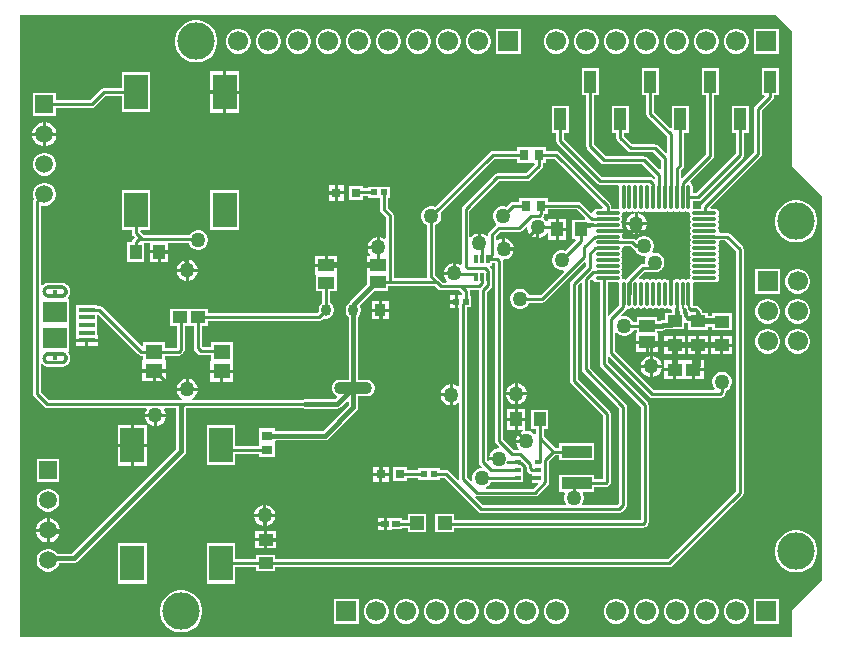
<source format=gtl>
G04*
G04 #@! TF.GenerationSoftware,Altium Limited,Altium Designer,23.10.1 (27)*
G04*
G04 Layer_Physical_Order=1*
G04 Layer_Color=255*
%FSLAX44Y44*%
%MOMM*%
G71*
G04*
G04 #@! TF.SameCoordinates,16AF5725-B043-4F5C-9A0C-3E45E005BEA5*
G04*
G04*
G04 #@! TF.FilePolarity,Positive*
G04*
G01*
G75*
%ADD12C,0.2000*%
%ADD16C,0.2540*%
%ADD17R,0.8000X0.8000*%
%ADD18R,0.6153X0.5725*%
%ADD19R,1.1500X1.1500*%
%ADD20R,1.2500X1.0000*%
%ADD21R,1.3061X1.0582*%
%ADD22R,1.3562X1.1046*%
%ADD23R,2.0000X3.0000*%
%ADD24R,0.9500X0.8000*%
%ADD25R,0.7000X0.5000*%
%ADD26R,2.6000X1.0000*%
%ADD27R,1.0000X1.2500*%
%ADD28O,0.3000X2.1000*%
%ADD29O,2.1000X0.3000*%
%ADD30R,0.8000X0.9500*%
%ADD31R,0.3100X0.6600*%
%ADD32R,1.3562X1.0546*%
%ADD33R,0.8721X1.0043*%
G04:AMPARAMS|DCode=34|XSize=1.0043mm|YSize=0.8721mm|CornerRadius=0.4361mm|HoleSize=0mm|Usage=FLASHONLY|Rotation=270.000|XOffset=0mm|YOffset=0mm|HoleType=Round|Shape=RoundedRectangle|*
%AMROUNDEDRECTD34*
21,1,1.0043,0.0000,0,0,270.0*
21,1,0.1322,0.8721,0,0,270.0*
1,1,0.8721,0.0000,-0.0661*
1,1,0.8721,0.0000,0.0661*
1,1,0.8721,0.0000,0.0661*
1,1,0.8721,0.0000,-0.0661*
%
%ADD34ROUNDEDRECTD34*%
G04:AMPARAMS|DCode=35|XSize=1.0043mm|YSize=3.1821mm|CornerRadius=0.4369mm|HoleSize=0mm|Usage=FLASHONLY|Rotation=270.000|XOffset=0mm|YOffset=0mm|HoleType=Round|Shape=RoundedRectangle|*
%AMROUNDEDRECTD35*
21,1,1.0043,2.3084,0,0,270.0*
21,1,0.1306,3.1821,0,0,270.0*
1,1,0.8737,-1.1542,-0.0653*
1,1,0.8737,-1.1542,0.0653*
1,1,0.8737,1.1542,0.0653*
1,1,0.8737,1.1542,-0.0653*
%
%ADD35ROUNDEDRECTD35*%
%ADD36R,2.0000X1.7500*%
%ADD37R,1.3500X0.4000*%
%ADD38R,1.4562X1.3046*%
%ADD39R,0.5200X0.5200*%
%ADD40R,1.0200X1.9050*%
%ADD41R,0.5500X0.3000*%
%ADD51R,1.5200X1.5200*%
%ADD52C,1.5200*%
%ADD59R,0.1000X0.1000*%
%ADD60C,0.4000*%
%ADD61C,0.3000*%
%ADD62C,0.2400*%
%ADD63C,0.5000*%
%ADD64C,0.4500*%
%ADD65C,3.1750*%
%ADD66C,1.7000*%
%ADD67R,1.7000X1.7000*%
%ADD68R,1.7000X1.7000*%
%ADD69C,1.2700*%
G36*
X657066Y516779D02*
Y403861D01*
X657320Y402585D01*
X658042Y401503D01*
X682466Y377079D01*
Y52181D01*
X658043Y27757D01*
X657320Y26676D01*
X657066Y25400D01*
Y3334D01*
X3334D01*
Y530066D01*
X643779D01*
X657066Y516779D01*
D02*
G37*
%LPC*%
G36*
X645500Y518500D02*
X624500D01*
Y497500D01*
X645500D01*
Y518500D01*
D02*
G37*
G36*
X610982D02*
X608218D01*
X605547Y517784D01*
X603153Y516402D01*
X601198Y514447D01*
X599816Y512053D01*
X599100Y509382D01*
Y506618D01*
X599816Y503947D01*
X601198Y501553D01*
X603153Y499598D01*
X605547Y498216D01*
X608218Y497500D01*
X610982D01*
X613653Y498216D01*
X616047Y499598D01*
X618002Y501553D01*
X619384Y503947D01*
X620100Y506618D01*
Y509382D01*
X619384Y512053D01*
X618002Y514447D01*
X616047Y516402D01*
X613653Y517784D01*
X610982Y518500D01*
D02*
G37*
G36*
X585582D02*
X582818D01*
X580147Y517784D01*
X577753Y516402D01*
X575798Y514447D01*
X574416Y512053D01*
X573700Y509382D01*
Y506618D01*
X574416Y503947D01*
X575798Y501553D01*
X577753Y499598D01*
X580147Y498216D01*
X582818Y497500D01*
X585582D01*
X588253Y498216D01*
X590647Y499598D01*
X592602Y501553D01*
X593984Y503947D01*
X594700Y506618D01*
Y509382D01*
X593984Y512053D01*
X592602Y514447D01*
X590647Y516402D01*
X588253Y517784D01*
X585582Y518500D01*
D02*
G37*
G36*
X560182D02*
X557418D01*
X554747Y517784D01*
X552353Y516402D01*
X550398Y514447D01*
X549016Y512053D01*
X548300Y509382D01*
Y506618D01*
X549016Y503947D01*
X550398Y501553D01*
X552353Y499598D01*
X554747Y498216D01*
X557418Y497500D01*
X560182D01*
X562853Y498216D01*
X565247Y499598D01*
X567202Y501553D01*
X568584Y503947D01*
X569300Y506618D01*
Y509382D01*
X568584Y512053D01*
X567202Y514447D01*
X565247Y516402D01*
X562853Y517784D01*
X560182Y518500D01*
D02*
G37*
G36*
X534782D02*
X532018D01*
X529347Y517784D01*
X526953Y516402D01*
X524998Y514447D01*
X523616Y512053D01*
X522900Y509382D01*
Y506618D01*
X523616Y503947D01*
X524998Y501553D01*
X526953Y499598D01*
X529347Y498216D01*
X532018Y497500D01*
X534782D01*
X537453Y498216D01*
X539847Y499598D01*
X541802Y501553D01*
X543184Y503947D01*
X543900Y506618D01*
Y509382D01*
X543184Y512053D01*
X541802Y514447D01*
X539847Y516402D01*
X537453Y517784D01*
X534782Y518500D01*
D02*
G37*
G36*
X509382D02*
X506618D01*
X503947Y517784D01*
X501553Y516402D01*
X499598Y514447D01*
X498216Y512053D01*
X497500Y509382D01*
Y506618D01*
X498216Y503947D01*
X499598Y501553D01*
X501553Y499598D01*
X503947Y498216D01*
X506618Y497500D01*
X509382D01*
X512053Y498216D01*
X514447Y499598D01*
X516402Y501553D01*
X517784Y503947D01*
X518500Y506618D01*
Y509382D01*
X517784Y512053D01*
X516402Y514447D01*
X514447Y516402D01*
X512053Y517784D01*
X509382Y518500D01*
D02*
G37*
G36*
X483982D02*
X481218D01*
X478547Y517784D01*
X476153Y516402D01*
X474198Y514447D01*
X472816Y512053D01*
X472100Y509382D01*
Y506618D01*
X472816Y503947D01*
X474198Y501553D01*
X476153Y499598D01*
X478547Y498216D01*
X481218Y497500D01*
X483982D01*
X486653Y498216D01*
X489047Y499598D01*
X491002Y501553D01*
X492384Y503947D01*
X493100Y506618D01*
Y509382D01*
X492384Y512053D01*
X491002Y514447D01*
X489047Y516402D01*
X486653Y517784D01*
X483982Y518500D01*
D02*
G37*
G36*
X458582D02*
X455818D01*
X453147Y517784D01*
X450753Y516402D01*
X448798Y514447D01*
X447416Y512053D01*
X446700Y509382D01*
Y506618D01*
X447416Y503947D01*
X448798Y501553D01*
X450753Y499598D01*
X453147Y498216D01*
X455818Y497500D01*
X458582D01*
X461253Y498216D01*
X463647Y499598D01*
X465602Y501553D01*
X466984Y503947D01*
X467700Y506618D01*
Y509382D01*
X466984Y512053D01*
X465602Y514447D01*
X463647Y516402D01*
X461253Y517784D01*
X458582Y518500D01*
D02*
G37*
G36*
X427060D02*
X406060D01*
Y497500D01*
X427060D01*
Y518500D01*
D02*
G37*
G36*
X392542D02*
X389778D01*
X387107Y517784D01*
X384713Y516402D01*
X382758Y514447D01*
X381376Y512053D01*
X380660Y509382D01*
Y506618D01*
X381376Y503947D01*
X382758Y501553D01*
X384713Y499598D01*
X387107Y498216D01*
X389778Y497500D01*
X392542D01*
X395213Y498216D01*
X397607Y499598D01*
X399562Y501553D01*
X400944Y503947D01*
X401660Y506618D01*
Y509382D01*
X400944Y512053D01*
X399562Y514447D01*
X397607Y516402D01*
X395213Y517784D01*
X392542Y518500D01*
D02*
G37*
G36*
X367142D02*
X364378D01*
X361707Y517784D01*
X359313Y516402D01*
X357358Y514447D01*
X355976Y512053D01*
X355260Y509382D01*
Y506618D01*
X355976Y503947D01*
X357358Y501553D01*
X359313Y499598D01*
X361707Y498216D01*
X364378Y497500D01*
X367142D01*
X369813Y498216D01*
X372207Y499598D01*
X374162Y501553D01*
X375544Y503947D01*
X376260Y506618D01*
Y509382D01*
X375544Y512053D01*
X374162Y514447D01*
X372207Y516402D01*
X369813Y517784D01*
X367142Y518500D01*
D02*
G37*
G36*
X341742D02*
X338978D01*
X336307Y517784D01*
X333913Y516402D01*
X331958Y514447D01*
X330576Y512053D01*
X329860Y509382D01*
Y506618D01*
X330576Y503947D01*
X331958Y501553D01*
X333913Y499598D01*
X336307Y498216D01*
X338978Y497500D01*
X341742D01*
X344413Y498216D01*
X346807Y499598D01*
X348762Y501553D01*
X350144Y503947D01*
X350860Y506618D01*
Y509382D01*
X350144Y512053D01*
X348762Y514447D01*
X346807Y516402D01*
X344413Y517784D01*
X341742Y518500D01*
D02*
G37*
G36*
X316342D02*
X313578D01*
X310907Y517784D01*
X308513Y516402D01*
X306558Y514447D01*
X305176Y512053D01*
X304460Y509382D01*
Y506618D01*
X305176Y503947D01*
X306558Y501553D01*
X308513Y499598D01*
X310907Y498216D01*
X313578Y497500D01*
X316342D01*
X319013Y498216D01*
X321407Y499598D01*
X323362Y501553D01*
X324744Y503947D01*
X325460Y506618D01*
Y509382D01*
X324744Y512053D01*
X323362Y514447D01*
X321407Y516402D01*
X319013Y517784D01*
X316342Y518500D01*
D02*
G37*
G36*
X290942D02*
X288178D01*
X285507Y517784D01*
X283113Y516402D01*
X281158Y514447D01*
X279776Y512053D01*
X279060Y509382D01*
Y506618D01*
X279776Y503947D01*
X281158Y501553D01*
X283113Y499598D01*
X285507Y498216D01*
X288178Y497500D01*
X290942D01*
X293613Y498216D01*
X296007Y499598D01*
X297962Y501553D01*
X299344Y503947D01*
X300060Y506618D01*
Y509382D01*
X299344Y512053D01*
X297962Y514447D01*
X296007Y516402D01*
X293613Y517784D01*
X290942Y518500D01*
D02*
G37*
G36*
X265542D02*
X262778D01*
X260107Y517784D01*
X257713Y516402D01*
X255758Y514447D01*
X254376Y512053D01*
X253660Y509382D01*
Y506618D01*
X254376Y503947D01*
X255758Y501553D01*
X257713Y499598D01*
X260107Y498216D01*
X262778Y497500D01*
X265542D01*
X268213Y498216D01*
X270607Y499598D01*
X272562Y501553D01*
X273944Y503947D01*
X274660Y506618D01*
Y509382D01*
X273944Y512053D01*
X272562Y514447D01*
X270607Y516402D01*
X268213Y517784D01*
X265542Y518500D01*
D02*
G37*
G36*
X240142D02*
X237378D01*
X234707Y517784D01*
X232313Y516402D01*
X230358Y514447D01*
X228976Y512053D01*
X228260Y509382D01*
Y506618D01*
X228976Y503947D01*
X230358Y501553D01*
X232313Y499598D01*
X234707Y498216D01*
X237378Y497500D01*
X240142D01*
X242813Y498216D01*
X245207Y499598D01*
X247162Y501553D01*
X248544Y503947D01*
X249260Y506618D01*
Y509382D01*
X248544Y512053D01*
X247162Y514447D01*
X245207Y516402D01*
X242813Y517784D01*
X240142Y518500D01*
D02*
G37*
G36*
X214742D02*
X211978D01*
X209307Y517784D01*
X206913Y516402D01*
X204958Y514447D01*
X203576Y512053D01*
X202860Y509382D01*
Y506618D01*
X203576Y503947D01*
X204958Y501553D01*
X206913Y499598D01*
X209307Y498216D01*
X211978Y497500D01*
X214742D01*
X217413Y498216D01*
X219807Y499598D01*
X221762Y501553D01*
X223144Y503947D01*
X223860Y506618D01*
Y509382D01*
X223144Y512053D01*
X221762Y514447D01*
X219807Y516402D01*
X217413Y517784D01*
X214742Y518500D01*
D02*
G37*
G36*
X189342D02*
X186578D01*
X183907Y517784D01*
X181513Y516402D01*
X179558Y514447D01*
X178176Y512053D01*
X177460Y509382D01*
Y506618D01*
X178176Y503947D01*
X179558Y501553D01*
X181513Y499598D01*
X183907Y498216D01*
X186578Y497500D01*
X189342D01*
X192013Y498216D01*
X194407Y499598D01*
X196362Y501553D01*
X197744Y503947D01*
X198460Y506618D01*
Y509382D01*
X197744Y512053D01*
X196362Y514447D01*
X194407Y516402D01*
X192013Y517784D01*
X189342Y518500D01*
D02*
G37*
G36*
X154160Y525875D02*
X150639D01*
X147186Y525188D01*
X143933Y523841D01*
X141005Y521884D01*
X138516Y519395D01*
X136559Y516467D01*
X135212Y513214D01*
X134525Y509761D01*
Y506240D01*
X135212Y502786D01*
X136559Y499533D01*
X138516Y496605D01*
X141005Y494116D01*
X143933Y492159D01*
X147186Y490812D01*
X150639Y490125D01*
X154160D01*
X157614Y490812D01*
X160867Y492159D01*
X163795Y494116D01*
X166284Y496605D01*
X168241Y499533D01*
X169588Y502786D01*
X170275Y506240D01*
Y509761D01*
X169588Y513214D01*
X168241Y516467D01*
X166284Y519395D01*
X163795Y521884D01*
X160867Y523841D01*
X157614Y525188D01*
X154160Y525875D01*
D02*
G37*
G36*
X189040Y482540D02*
X177770D01*
Y466270D01*
X189040D01*
Y482540D01*
D02*
G37*
G36*
X175230D02*
X163960D01*
Y466270D01*
X175230D01*
Y482540D01*
D02*
G37*
G36*
X113500Y482000D02*
X89500D01*
Y468334D01*
X74250D01*
X72974Y468080D01*
X71892Y467357D01*
X62669Y458134D01*
X33600D01*
Y464400D01*
X14400D01*
Y445200D01*
X33600D01*
Y451466D01*
X64050D01*
X65326Y451720D01*
X66408Y452443D01*
X75631Y461666D01*
X89500D01*
Y448000D01*
X113500D01*
Y482000D01*
D02*
G37*
G36*
X189040Y463730D02*
X177770D01*
Y447460D01*
X189040D01*
Y463730D01*
D02*
G37*
G36*
X175230D02*
X163960D01*
Y447460D01*
X175230D01*
Y463730D01*
D02*
G37*
G36*
X25335Y439540D02*
X25270D01*
Y430670D01*
X34140D01*
Y430735D01*
X33449Y433314D01*
X32114Y435626D01*
X30226Y437514D01*
X27914Y438849D01*
X25335Y439540D01*
D02*
G37*
G36*
X22730D02*
X22665D01*
X20086Y438849D01*
X17774Y437514D01*
X15886Y435626D01*
X14551Y433314D01*
X13860Y430735D01*
Y430670D01*
X22730D01*
Y439540D01*
D02*
G37*
G36*
X34140Y428130D02*
X25270D01*
Y419260D01*
X25335D01*
X27914Y419951D01*
X30226Y421286D01*
X32114Y423174D01*
X33449Y425486D01*
X34140Y428065D01*
Y428130D01*
D02*
G37*
G36*
X22730D02*
X13860D01*
Y428065D01*
X14551Y425486D01*
X15886Y423174D01*
X17774Y421286D01*
X20086Y419951D01*
X22665Y419260D01*
X22730D01*
Y428130D01*
D02*
G37*
G36*
X25264Y413600D02*
X22736D01*
X20294Y412946D01*
X18105Y411682D01*
X16318Y409895D01*
X15054Y407706D01*
X14400Y405264D01*
Y402736D01*
X15054Y400295D01*
X16318Y398106D01*
X18105Y396318D01*
X20294Y395055D01*
X22736Y394400D01*
X25264D01*
X27705Y395055D01*
X29894Y396318D01*
X31682Y398106D01*
X32946Y400295D01*
X33600Y402736D01*
Y405264D01*
X32946Y407706D01*
X31682Y409895D01*
X29894Y411682D01*
X27705Y412946D01*
X25264Y413600D01*
D02*
G37*
G36*
X277790Y386290D02*
X272520D01*
Y381020D01*
X277790D01*
Y386290D01*
D02*
G37*
G36*
X269980D02*
X264710D01*
Y381020D01*
X269980D01*
Y386290D01*
D02*
G37*
G36*
X277790Y378480D02*
X272520D01*
Y373210D01*
X277790D01*
Y378480D01*
D02*
G37*
G36*
X269980D02*
X264710D01*
Y373210D01*
X269980D01*
Y378480D01*
D02*
G37*
G36*
X645500Y485550D02*
X631300D01*
Y462500D01*
X633262D01*
X633748Y461327D01*
X625784Y453363D01*
X625062Y452282D01*
X624808Y451006D01*
Y414385D01*
X580573Y370149D01*
X579850Y369068D01*
X579596Y367792D01*
Y366319D01*
X573928D01*
X573333Y366686D01*
X573186Y366833D01*
X572819Y367428D01*
Y372916D01*
X577328D01*
X578604Y373170D01*
X579686Y373893D01*
X615358Y409564D01*
X616080Y410646D01*
X616334Y411922D01*
Y430450D01*
X620100D01*
Y453500D01*
X605900D01*
Y430450D01*
X609666D01*
Y413303D01*
X575947Y379584D01*
X572819D01*
Y385250D01*
X572547Y386616D01*
X571773Y387774D01*
X571199Y388158D01*
X570927Y389682D01*
X589958Y408713D01*
X590680Y409794D01*
X590934Y411070D01*
Y462500D01*
X594700D01*
Y485550D01*
X580500D01*
Y462500D01*
X584266D01*
Y412451D01*
X563987Y392172D01*
X562814Y392658D01*
Y398849D01*
X564558Y400592D01*
X565280Y401674D01*
X565534Y402950D01*
Y430450D01*
X569300D01*
Y453500D01*
X555100D01*
Y434784D01*
X553927Y434298D01*
X540134Y448091D01*
Y462500D01*
X543900D01*
Y485550D01*
X529700D01*
Y462500D01*
X533466D01*
Y446710D01*
X533720Y445434D01*
X534442Y444352D01*
X550916Y427879D01*
Y413721D01*
X549743Y413235D01*
X543120Y419857D01*
X542038Y420580D01*
X540762Y420834D01*
X521631D01*
X514734Y427731D01*
Y430450D01*
X518500D01*
Y453500D01*
X504300D01*
Y430450D01*
X508066D01*
Y426350D01*
X508320Y425074D01*
X509043Y423992D01*
X517892Y415143D01*
X518974Y414420D01*
X520250Y414166D01*
X539381D01*
X545686Y407861D01*
Y399655D01*
X544512Y399168D01*
X533907Y409773D01*
X532826Y410496D01*
X531550Y410750D01*
X499065D01*
X489334Y420481D01*
Y462500D01*
X493100D01*
Y485550D01*
X478900D01*
Y462500D01*
X482666D01*
Y419100D01*
X482920Y417824D01*
X483643Y416743D01*
X495326Y405059D01*
X496408Y404336D01*
X497684Y404082D01*
X530169D01*
X540916Y393335D01*
Y392051D01*
X539743Y391565D01*
X538806Y392501D01*
X537724Y393224D01*
X536448Y393478D01*
X495509D01*
X463934Y425053D01*
Y430450D01*
X467700D01*
Y453500D01*
X453500D01*
Y430450D01*
X457266D01*
Y423672D01*
X457520Y422396D01*
X458242Y421315D01*
X491771Y387786D01*
X492852Y387064D01*
X494128Y386810D01*
X509697D01*
X510739Y385540D01*
X510681Y385250D01*
Y367428D01*
X510314Y366833D01*
X510167Y366686D01*
X509572Y366319D01*
X504084D01*
Y368250D01*
X503830Y369526D01*
X503107Y370608D01*
X459357Y414358D01*
X458276Y415080D01*
X457000Y415334D01*
X448750D01*
Y418750D01*
X436750D01*
Y418750D01*
X436250D01*
Y418750D01*
X424250D01*
Y415334D01*
X403364D01*
X402088Y415080D01*
X401007Y414358D01*
X354635Y367986D01*
X352635Y368522D01*
X350437D01*
X348313Y367953D01*
X346409Y366854D01*
X344854Y365299D01*
X343755Y363395D01*
X343186Y361271D01*
Y359073D01*
X343755Y356949D01*
X344854Y355045D01*
X346409Y353490D01*
X348202Y352455D01*
Y308610D01*
X348206Y308588D01*
X347164Y307318D01*
X319564D01*
Y360770D01*
X319310Y362046D01*
X318587Y363128D01*
X314834Y366881D01*
Y375388D01*
X316577D01*
Y385112D01*
X297852D01*
Y383584D01*
X293750D01*
Y385750D01*
X281750D01*
Y373750D01*
X293750D01*
Y376916D01*
X297852D01*
Y375388D01*
X308166D01*
Y365500D01*
X308420Y364224D01*
X309142Y363143D01*
X312896Y359389D01*
Y341319D01*
X311626Y340806D01*
X309931Y341784D01*
X307770Y342363D01*
Y333500D01*
X306500D01*
Y332230D01*
X297637D01*
X298216Y330069D01*
X299386Y328041D01*
X299844Y327583D01*
X299318Y326313D01*
X296679D01*
Y319770D01*
X306000D01*
Y317230D01*
X296679D01*
Y310687D01*
X297219D01*
Y302479D01*
X283519Y288780D01*
X283519Y288780D01*
X282635Y287456D01*
X282495Y286753D01*
X280914Y285697D01*
X279508Y283593D01*
X279015Y281111D01*
Y279789D01*
X279508Y277307D01*
X280914Y275203D01*
X281422Y274864D01*
Y221696D01*
X273958D01*
X271473Y221202D01*
X269366Y219795D01*
X267959Y217688D01*
X267465Y215203D01*
Y213897D01*
X267959Y211413D01*
X269366Y209306D01*
X271360Y207974D01*
X271565Y207656D01*
X271861Y206679D01*
X270260Y205078D01*
X244434D01*
X242873Y204768D01*
X242095Y204248D01*
X149046D01*
X148705Y205518D01*
X150209Y206386D01*
X151864Y208041D01*
X153034Y210068D01*
X153613Y212230D01*
X135887D01*
X136466Y210068D01*
X137636Y208041D01*
X139291Y206386D01*
X140795Y205518D01*
X140454Y204248D01*
X27797D01*
X20860Y211185D01*
Y234375D01*
X20984Y234478D01*
X22139Y234803D01*
X22329Y234604D01*
X22373Y234573D01*
X22404Y234529D01*
X22603Y234339D01*
X22649Y234310D01*
X22683Y234268D01*
X22892Y234089D01*
X22939Y234063D01*
X22975Y234022D01*
X23193Y233855D01*
X23241Y233831D01*
X23279Y233792D01*
X23506Y233636D01*
X23555Y233615D01*
X23595Y233578D01*
X23830Y233435D01*
X23880Y233416D01*
X23922Y233381D01*
X24164Y233250D01*
X24215Y233234D01*
X24259Y233202D01*
X24507Y233083D01*
X24559Y233070D01*
X24604Y233040D01*
X24858Y232935D01*
X24911Y232924D01*
X24958Y232896D01*
X25217Y232805D01*
X25271Y232797D01*
X25318Y232772D01*
X25582Y232694D01*
X25636Y232689D01*
X25685Y232666D01*
X25952Y232602D01*
X26007Y232600D01*
X26057Y232580D01*
X26327Y232530D01*
X26381Y232530D01*
X26433Y232513D01*
X26705Y232477D01*
X26759Y232481D01*
X26811Y232466D01*
X27085Y232444D01*
X27139Y232451D01*
X27192Y232439D01*
X27466Y232432D01*
X27493Y232436D01*
X27520Y232431D01*
X38520D01*
X38547Y232436D01*
X38574Y232432D01*
X38848Y232439D01*
X38901Y232451D01*
X38955Y232444D01*
X39229Y232466D01*
X39281Y232481D01*
X39335Y232477D01*
X39607Y232513D01*
X39659Y232530D01*
X39713Y232530D01*
X39983Y232580D01*
X40033Y232600D01*
X40087Y232602D01*
X40355Y232666D01*
X40404Y232689D01*
X40458Y232694D01*
X40722Y232772D01*
X40770Y232797D01*
X40823Y232805D01*
X41082Y232896D01*
X41129Y232924D01*
X41182Y232935D01*
X41436Y233040D01*
X41481Y233070D01*
X41533Y233083D01*
X41781Y233202D01*
X41825Y233234D01*
X41876Y233250D01*
X42118Y233381D01*
X42160Y233416D01*
X42210Y233435D01*
X42445Y233578D01*
X42485Y233615D01*
X42534Y233636D01*
X42761Y233792D01*
X42799Y233831D01*
X42847Y233855D01*
X43065Y234022D01*
X43101Y234063D01*
X43148Y234089D01*
X43357Y234268D01*
X43391Y234310D01*
X43437Y234339D01*
X43636Y234529D01*
X43667Y234573D01*
X43712Y234604D01*
X43901Y234803D01*
X43930Y234849D01*
X43972Y234883D01*
X44151Y235092D01*
X44177Y235139D01*
X44218Y235175D01*
X44385Y235393D01*
X44409Y235441D01*
X44448Y235479D01*
X44604Y235706D01*
X44625Y235756D01*
X44662Y235795D01*
X44805Y236030D01*
X44824Y236080D01*
X44859Y236122D01*
X44990Y236364D01*
X45006Y236415D01*
X45038Y236459D01*
X45157Y236707D01*
X45170Y236759D01*
X45200Y236804D01*
X45305Y237058D01*
X45316Y237111D01*
X45343Y237158D01*
X45435Y237417D01*
X45443Y237471D01*
X45468Y237519D01*
X45546Y237782D01*
X45551Y237836D01*
X45574Y237885D01*
X45638Y238152D01*
X45640Y238206D01*
X45660Y238257D01*
X45710Y238527D01*
X45710Y238581D01*
X45727Y238633D01*
X45763Y238905D01*
X45760Y238959D01*
X45774Y239011D01*
X45796Y239285D01*
X45789Y239339D01*
X45801Y239392D01*
X45809Y239667D01*
X45799Y239720D01*
X45809Y239773D01*
X45801Y240048D01*
X45789Y240101D01*
X45796Y240155D01*
X45774Y240429D01*
X45760Y240481D01*
X45763Y240535D01*
X45727Y240807D01*
X45710Y240859D01*
X45710Y240913D01*
X45660Y241183D01*
X45640Y241234D01*
X45638Y241288D01*
X45574Y241555D01*
X45551Y241604D01*
X45546Y241658D01*
X45468Y241921D01*
X45443Y241969D01*
X45435Y242023D01*
X45343Y242282D01*
X45316Y242329D01*
X45305Y242382D01*
X45200Y242636D01*
X45170Y242681D01*
X45157Y242733D01*
X45038Y242981D01*
X45006Y243025D01*
X44990Y243076D01*
X44859Y243318D01*
X44824Y243360D01*
X44805Y243410D01*
X44662Y243645D01*
X44625Y243685D01*
X44604Y243734D01*
X44448Y243961D01*
X44409Y243999D01*
X44385Y244047D01*
X44218Y244265D01*
X44177Y244301D01*
X44151Y244348D01*
X43972Y244557D01*
X43930Y244591D01*
X43901Y244637D01*
X43841Y244700D01*
X43951Y245368D01*
X44366Y245970D01*
X45020D01*
Y267470D01*
X45020D01*
Y268470D01*
X45020D01*
Y289970D01*
X44366D01*
X43951Y290572D01*
X43841Y291240D01*
X43901Y291303D01*
X43930Y291349D01*
X43972Y291383D01*
X44151Y291592D01*
X44177Y291639D01*
X44218Y291675D01*
X44385Y291893D01*
X44409Y291941D01*
X44448Y291979D01*
X44604Y292206D01*
X44625Y292255D01*
X44662Y292295D01*
X44805Y292530D01*
X44824Y292580D01*
X44859Y292622D01*
X44990Y292864D01*
X45006Y292915D01*
X45038Y292959D01*
X45157Y293207D01*
X45170Y293259D01*
X45200Y293304D01*
X45305Y293558D01*
X45316Y293611D01*
X45343Y293658D01*
X45435Y293917D01*
X45443Y293971D01*
X45468Y294019D01*
X45546Y294282D01*
X45551Y294336D01*
X45574Y294385D01*
X45638Y294652D01*
X45640Y294706D01*
X45660Y294757D01*
X45710Y295027D01*
X45710Y295081D01*
X45727Y295133D01*
X45763Y295405D01*
X45760Y295459D01*
X45774Y295511D01*
X45796Y295785D01*
X45789Y295839D01*
X45801Y295892D01*
X45809Y296167D01*
X45799Y296220D01*
X45809Y296273D01*
X45801Y296548D01*
X45789Y296601D01*
X45796Y296655D01*
X45774Y296929D01*
X45760Y296981D01*
X45763Y297035D01*
X45727Y297307D01*
X45710Y297359D01*
X45710Y297413D01*
X45660Y297683D01*
X45640Y297734D01*
X45638Y297788D01*
X45574Y298055D01*
X45551Y298104D01*
X45546Y298158D01*
X45468Y298421D01*
X45443Y298469D01*
X45435Y298523D01*
X45343Y298782D01*
X45316Y298829D01*
X45305Y298882D01*
X45200Y299136D01*
X45170Y299181D01*
X45157Y299233D01*
X45038Y299481D01*
X45006Y299525D01*
X44990Y299576D01*
X44859Y299818D01*
X44824Y299860D01*
X44805Y299910D01*
X44662Y300145D01*
X44625Y300185D01*
X44604Y300234D01*
X44448Y300461D01*
X44409Y300499D01*
X44385Y300547D01*
X44218Y300765D01*
X44177Y300801D01*
X44151Y300848D01*
X43972Y301057D01*
X43930Y301091D01*
X43901Y301137D01*
X43712Y301336D01*
X43667Y301367D01*
X43636Y301411D01*
X43437Y301601D01*
X43391Y301630D01*
X43357Y301672D01*
X43148Y301851D01*
X43101Y301877D01*
X43065Y301918D01*
X42847Y302085D01*
X42799Y302109D01*
X42761Y302148D01*
X42534Y302304D01*
X42485Y302325D01*
X42445Y302362D01*
X42210Y302505D01*
X42160Y302524D01*
X42118Y302559D01*
X41876Y302690D01*
X41825Y302706D01*
X41781Y302738D01*
X41533Y302857D01*
X41481Y302870D01*
X41436Y302900D01*
X41182Y303005D01*
X41129Y303016D01*
X41082Y303043D01*
X40823Y303135D01*
X40769Y303143D01*
X40722Y303168D01*
X40458Y303246D01*
X40404Y303251D01*
X40355Y303274D01*
X40087Y303338D01*
X40033Y303340D01*
X39983Y303360D01*
X39713Y303410D01*
X39659Y303410D01*
X39607Y303427D01*
X39335Y303463D01*
X39281Y303459D01*
X39229Y303474D01*
X38955Y303496D01*
X38901Y303489D01*
X38848Y303501D01*
X38574Y303508D01*
X38547Y303504D01*
X38520Y303509D01*
X27520D01*
X27493Y303504D01*
X27466Y303508D01*
X27192Y303501D01*
X27139Y303489D01*
X27085Y303496D01*
X26811Y303474D01*
X26759Y303459D01*
X26705Y303463D01*
X26433Y303427D01*
X26381Y303410D01*
X26327Y303410D01*
X26057Y303360D01*
X26007Y303340D01*
X25952Y303338D01*
X25685Y303274D01*
X25636Y303251D01*
X25582Y303246D01*
X25318Y303168D01*
X25271Y303143D01*
X25217Y303135D01*
X24958Y303043D01*
X24911Y303016D01*
X24858Y303005D01*
X24604Y302900D01*
X24559Y302870D01*
X24507Y302857D01*
X24259Y302738D01*
X24215Y302706D01*
X24164Y302690D01*
X23922Y302559D01*
X23880Y302524D01*
X23830Y302505D01*
X23595Y302362D01*
X23555Y302325D01*
X23506Y302304D01*
X23279Y302148D01*
X23241Y302109D01*
X23193Y302085D01*
X22975Y301918D01*
X22939Y301877D01*
X22892Y301851D01*
X22683Y301672D01*
X22649Y301630D01*
X22603Y301601D01*
X22404Y301411D01*
X22373Y301367D01*
X22329Y301336D01*
X22139Y301137D01*
X20984Y301462D01*
X20860Y301565D01*
Y368460D01*
X21868Y369233D01*
X22736Y369000D01*
X25264D01*
X27705Y369655D01*
X29894Y370918D01*
X31682Y372706D01*
X32946Y374895D01*
X33600Y377336D01*
Y379864D01*
X32946Y382306D01*
X31682Y384495D01*
X29894Y386282D01*
X27705Y387546D01*
X25264Y388200D01*
X22736D01*
X20294Y387546D01*
X18105Y386282D01*
X16318Y384495D01*
X15054Y382306D01*
X14400Y379864D01*
Y377336D01*
X15054Y374895D01*
X15246Y374562D01*
X15168Y374484D01*
X14446Y373402D01*
X14192Y372126D01*
Y209804D01*
X14446Y208528D01*
X15168Y207446D01*
X24058Y198556D01*
X25140Y197834D01*
X26416Y197580D01*
X110094D01*
X110656Y196310D01*
X109716Y194681D01*
X109137Y192520D01*
X126863D01*
X126284Y194681D01*
X125344Y196310D01*
X125906Y197580D01*
X135687D01*
Y162955D01*
X47011Y74278D01*
X34778D01*
X34682Y74445D01*
X32895Y76232D01*
X30706Y77496D01*
X28264Y78150D01*
X25736D01*
X23295Y77496D01*
X21106Y76232D01*
X19318Y74445D01*
X18054Y72256D01*
X17400Y69814D01*
Y67286D01*
X18054Y64845D01*
X19318Y62656D01*
X21106Y60868D01*
X23295Y59604D01*
X25736Y58950D01*
X28264D01*
X30706Y59604D01*
X32895Y60868D01*
X34682Y62656D01*
X35946Y64845D01*
X36288Y66122D01*
X48700D01*
X48700Y66122D01*
X50261Y66432D01*
X51584Y67316D01*
X142649Y158382D01*
X142649Y158382D01*
X143533Y159705D01*
X143844Y161266D01*
Y197580D01*
X242352D01*
X242873Y197232D01*
X244434Y196922D01*
X271950D01*
X271950Y196922D01*
X273510Y197232D01*
X274834Y198116D01*
X280248Y203531D01*
X281422Y203045D01*
Y200189D01*
X259561Y178328D01*
X219250D01*
Y180250D01*
X205750D01*
Y169020D01*
X205750Y168250D01*
X205750Y166980D01*
Y165084D01*
X185500D01*
Y183000D01*
X161500D01*
Y149000D01*
X185500D01*
Y158416D01*
X205750D01*
Y155750D01*
X219250D01*
Y166980D01*
X219250Y167750D01*
X219250Y169274D01*
X220148Y170172D01*
X261250D01*
X261250Y170172D01*
X262811Y170482D01*
X264134Y171366D01*
X288384Y195616D01*
X289268Y196939D01*
X289578Y198500D01*
X289578Y198500D01*
Y207404D01*
X297042D01*
X299527Y207898D01*
X301634Y209306D01*
X303041Y211413D01*
X303535Y213897D01*
Y215203D01*
X303041Y217688D01*
X301634Y219795D01*
X299527Y221202D01*
X297042Y221696D01*
X289578D01*
Y274864D01*
X290086Y275203D01*
X291492Y277307D01*
X291985Y279789D01*
Y281111D01*
X291492Y283593D01*
X290841Y284566D01*
X302987Y296711D01*
X314781D01*
Y300650D01*
X354781D01*
X357307Y298125D01*
X358388Y297402D01*
X359664Y297148D01*
X375387D01*
X377416Y295119D01*
Y292890D01*
X374020D01*
Y287750D01*
Y282610D01*
X375286D01*
Y215946D01*
X374113Y215460D01*
X373709Y215864D01*
X371682Y217034D01*
X369520Y217613D01*
Y208750D01*
Y199887D01*
X371682Y200466D01*
X373709Y201636D01*
X374113Y202040D01*
X375286Y201554D01*
Y137380D01*
X375387Y136875D01*
X374216Y136249D01*
X366358Y144107D01*
X365276Y144830D01*
X364000Y145084D01*
X358862D01*
Y146612D01*
X340138D01*
Y145084D01*
X331250D01*
Y147500D01*
X319250D01*
Y135500D01*
X331250D01*
Y138416D01*
X340138D01*
Y136887D01*
X358862D01*
Y138416D01*
X362619D01*
X391512Y109522D01*
X392594Y108800D01*
X393870Y108546D01*
X510354D01*
X511630Y108800D01*
X512711Y109522D01*
X516319Y113130D01*
X517042Y114212D01*
X517295Y115488D01*
Y198789D01*
X517042Y200064D01*
X516319Y201146D01*
X485610Y231855D01*
Y305255D01*
X487089Y306734D01*
X488440Y306388D01*
X488486Y306335D01*
X489226Y305227D01*
X490384Y304453D01*
X491750Y304181D01*
X494126D01*
Y234792D01*
X494380Y233517D01*
X495103Y232435D01*
X528918Y198619D01*
Y102834D01*
X377000Y102834D01*
X370500D01*
Y107750D01*
X355000D01*
Y92250D01*
X370500D01*
Y96166D01*
X377000D01*
X530765Y96166D01*
X532040Y96420D01*
X533122Y97142D01*
X534610Y98630D01*
X535333Y99712D01*
X535587Y100988D01*
Y200000D01*
X535333Y201276D01*
X534610Y202358D01*
X500794Y236173D01*
Y240725D01*
X502064Y241251D01*
X536172Y207143D01*
X537254Y206420D01*
X538530Y206166D01*
X595920D01*
X597196Y206420D01*
X598278Y207143D01*
X599766Y208631D01*
X600488Y209712D01*
X600742Y210988D01*
Y212183D01*
X602535Y213218D01*
X604090Y214773D01*
X605189Y216677D01*
X605758Y218801D01*
Y220999D01*
X605189Y223123D01*
X604090Y225027D01*
X602535Y226582D01*
X600631Y227681D01*
X598507Y228250D01*
X596309D01*
X594185Y227681D01*
X592281Y226582D01*
X590726Y225027D01*
X589627Y223123D01*
X589058Y220999D01*
Y218801D01*
X589627Y216677D01*
X590726Y214773D01*
X591395Y214104D01*
X590869Y212834D01*
X539911D01*
X507334Y245411D01*
Y261433D01*
X508604Y261837D01*
X509873Y260569D01*
X511777Y259469D01*
X513900Y258900D01*
X516099D01*
X518223Y259469D01*
X520127Y260569D01*
X521681Y262123D01*
X522717Y263916D01*
X525469D01*
Y261197D01*
X524929D01*
Y254404D01*
X534250D01*
X543571D01*
Y261197D01*
X543031D01*
Y263172D01*
X547031D01*
X547031Y263172D01*
X548592Y263482D01*
X549623Y264172D01*
X554500D01*
X554500Y264172D01*
X554895Y264250D01*
X565750D01*
Y269489D01*
X567020Y270168D01*
X567439Y269888D01*
X569000Y269578D01*
Y264000D01*
X585500D01*
Y266287D01*
X589250D01*
Y263750D01*
X605750D01*
Y277750D01*
X589250D01*
Y275463D01*
X585500D01*
Y278000D01*
X581129D01*
X581018Y278561D01*
X580786Y278909D01*
X580547Y280108D01*
X579773Y281266D01*
X578016Y283023D01*
X576858Y283797D01*
X575493Y284068D01*
X573585D01*
X572779Y285050D01*
X572819Y285250D01*
Y303072D01*
X573186Y303667D01*
X573333Y303814D01*
X573928Y304181D01*
X591750D01*
X593116Y304453D01*
X594273Y305227D01*
X595047Y306384D01*
X595319Y307750D01*
X595047Y309116D01*
X594289Y310250D01*
X595047Y311385D01*
X595319Y312750D01*
X595047Y314116D01*
X594289Y315250D01*
X595047Y316384D01*
X595319Y317750D01*
X595047Y319116D01*
X594289Y320250D01*
X595047Y321385D01*
X595319Y322750D01*
X595047Y324116D01*
X594289Y325250D01*
X595047Y326384D01*
X595319Y327750D01*
X595047Y329115D01*
X594289Y330250D01*
X595047Y331385D01*
X595319Y332750D01*
X595047Y334116D01*
X594289Y335250D01*
X595047Y336384D01*
X595319Y337750D01*
X595240Y338146D01*
X596257Y339416D01*
X600493D01*
X600650Y339385D01*
X609416Y330619D01*
Y127381D01*
X551619Y69584D01*
X219500D01*
Y73250D01*
X203000D01*
Y69584D01*
X185500D01*
Y83000D01*
X161500D01*
Y49000D01*
X185500D01*
Y62916D01*
X203000D01*
Y59250D01*
X219500D01*
Y62916D01*
X553000D01*
X554276Y63169D01*
X555357Y63892D01*
X615108Y123643D01*
X615830Y124724D01*
X616084Y126000D01*
Y332000D01*
X615830Y333276D01*
X615830Y333276D01*
X615108Y334357D01*
X604608Y344858D01*
X603526Y345580D01*
X602990Y345687D01*
X602776Y345830D01*
X601500Y346084D01*
X596258D01*
X595240Y347354D01*
X595319Y347750D01*
X595047Y349115D01*
X594289Y350250D01*
X595047Y351385D01*
X595319Y352750D01*
X595047Y354116D01*
X594289Y355250D01*
X595047Y356384D01*
X595319Y357750D01*
X595047Y359115D01*
X594289Y360250D01*
X595047Y361385D01*
X595319Y362750D01*
X595047Y364116D01*
X594273Y365274D01*
X593116Y366047D01*
X591750Y366319D01*
X587968D01*
X587442Y367589D01*
X630499Y410647D01*
X631222Y411728D01*
X631476Y413004D01*
Y449625D01*
X640758Y458907D01*
X641480Y459988D01*
X641734Y461264D01*
Y462500D01*
X645500D01*
Y485550D01*
D02*
G37*
G36*
X188500Y382000D02*
X164500D01*
Y348000D01*
X188500D01*
Y382000D01*
D02*
G37*
G36*
X662160Y373475D02*
X658640D01*
X655186Y372788D01*
X651933Y371441D01*
X649005Y369484D01*
X646516Y366995D01*
X644559Y364067D01*
X643212Y360814D01*
X642525Y357360D01*
Y353839D01*
X643212Y350386D01*
X644559Y347133D01*
X646516Y344205D01*
X649005Y341716D01*
X651933Y339759D01*
X655186Y338412D01*
X658640Y337725D01*
X662160D01*
X665614Y338412D01*
X668867Y339759D01*
X671795Y341716D01*
X674284Y344205D01*
X676241Y347133D01*
X677588Y350386D01*
X678275Y353839D01*
Y357360D01*
X677588Y360814D01*
X676241Y364067D01*
X674284Y366995D01*
X671795Y369484D01*
X668867Y371441D01*
X665614Y372788D01*
X662160Y373475D01*
D02*
G37*
G36*
X305230Y342363D02*
X303068Y341784D01*
X301041Y340614D01*
X299386Y338959D01*
X298216Y336931D01*
X297637Y334770D01*
X305230D01*
Y342363D01*
D02*
G37*
G36*
X113500Y382000D02*
X89500D01*
Y348000D01*
X98166D01*
Y345698D01*
X98420Y344422D01*
X99142Y343340D01*
X100393Y342090D01*
X98892Y340589D01*
X98170Y339508D01*
X97916Y338232D01*
Y338000D01*
X94250D01*
Y321500D01*
X108250D01*
Y337280D01*
X113710D01*
Y331020D01*
X128790D01*
Y337280D01*
X146334D01*
X146469Y336777D01*
X147568Y334873D01*
X149123Y333318D01*
X151027Y332219D01*
X153151Y331650D01*
X155349D01*
X157473Y332219D01*
X159377Y333318D01*
X160932Y334873D01*
X162031Y336777D01*
X162600Y338901D01*
Y341099D01*
X162031Y343223D01*
X160932Y345127D01*
X159377Y346682D01*
X157473Y347781D01*
X155349Y348350D01*
X153151D01*
X151027Y347781D01*
X149123Y346682D01*
X147568Y345127D01*
X146888Y343948D01*
X107965D01*
X105183Y346730D01*
X105677Y348000D01*
X113500D01*
Y382000D01*
D02*
G37*
G36*
X128790Y328480D02*
X122521D01*
Y320960D01*
X128790D01*
Y328480D01*
D02*
G37*
G36*
X119980D02*
X113710D01*
Y320960D01*
X119980D01*
Y328480D01*
D02*
G37*
G36*
X271821Y326063D02*
X263770D01*
Y319520D01*
X271821D01*
Y326063D01*
D02*
G37*
G36*
X261230D02*
X253179D01*
Y319520D01*
X261230D01*
Y326063D01*
D02*
G37*
G36*
X146020Y323113D02*
Y315520D01*
X153613D01*
X153034Y317681D01*
X151864Y319709D01*
X150209Y321364D01*
X148181Y322534D01*
X146020Y323113D01*
D02*
G37*
G36*
X143480D02*
X141319Y322534D01*
X139291Y321364D01*
X137636Y319709D01*
X136466Y317681D01*
X135887Y315520D01*
X143480D01*
Y323113D01*
D02*
G37*
G36*
X153613Y312980D02*
X146020D01*
Y305387D01*
X148181Y305966D01*
X150209Y307136D01*
X151864Y308791D01*
X153034Y310819D01*
X153613Y312980D01*
D02*
G37*
G36*
X143480D02*
X135887D01*
X136466Y310819D01*
X137636Y308791D01*
X139291Y307136D01*
X141319Y305966D01*
X143480Y305387D01*
Y312980D01*
D02*
G37*
G36*
X663052Y315300D02*
X660288D01*
X657617Y314584D01*
X655223Y313202D01*
X653268Y311247D01*
X651886Y308853D01*
X651170Y306182D01*
Y303418D01*
X651886Y300747D01*
X653268Y298353D01*
X655223Y296398D01*
X657617Y295016D01*
X660288Y294300D01*
X663052D01*
X665723Y295016D01*
X668117Y296398D01*
X670072Y298353D01*
X671454Y300747D01*
X672170Y303418D01*
Y306182D01*
X671454Y308853D01*
X670072Y311247D01*
X668117Y313202D01*
X665723Y314584D01*
X663052Y315300D01*
D02*
G37*
G36*
X646770D02*
X625770D01*
Y294300D01*
X646770D01*
Y315300D01*
D02*
G37*
G36*
X371480Y292890D02*
X367610D01*
Y289020D01*
X371480D01*
Y292890D01*
D02*
G37*
G36*
Y286480D02*
X367610D01*
Y282610D01*
X371480D01*
Y286480D01*
D02*
G37*
G36*
X315301Y288011D02*
X309670D01*
Y281720D01*
X315301D01*
Y288011D01*
D02*
G37*
G36*
X307130D02*
X301500D01*
Y281720D01*
X307130D01*
Y288011D01*
D02*
G37*
G36*
X271821Y316980D02*
X262500D01*
X253179D01*
Y310437D01*
X253719D01*
Y296461D01*
X259266D01*
Y286533D01*
X258014Y285697D01*
X256608Y283593D01*
X256115Y281111D01*
Y279789D01*
X256246Y279127D01*
X254953Y277834D01*
X162541D01*
Y281791D01*
X129959D01*
Y267209D01*
X135916D01*
Y248642D01*
X126031D01*
Y253831D01*
X107469D01*
Y250292D01*
X106199Y249766D01*
X72637Y283328D01*
X71556Y284051D01*
X70280Y284304D01*
X68570D01*
Y284970D01*
X51070D01*
Y276970D01*
Y270470D01*
Y259510D01*
X50530D01*
Y256240D01*
X59820D01*
X69110D01*
Y259510D01*
X68570D01*
Y263970D01*
Y276169D01*
X69840Y276695D01*
X103585Y242950D01*
X104667Y242227D01*
X105942Y241974D01*
X107469D01*
Y238256D01*
X106929D01*
Y230462D01*
X116750D01*
X126571D01*
Y238256D01*
X126031D01*
Y241974D01*
X137762D01*
X139038Y242227D01*
X140119Y242950D01*
X141608Y244438D01*
X142330Y245520D01*
X142584Y246796D01*
Y267209D01*
X150677D01*
Y248239D01*
X150931Y246963D01*
X151653Y245882D01*
X154143Y243393D01*
X155224Y242670D01*
X156500Y242416D01*
X164719D01*
Y237755D01*
X164179D01*
Y229962D01*
X174000D01*
X183821D01*
Y237755D01*
X183281D01*
Y253331D01*
X164719D01*
Y249084D01*
X157881D01*
X157345Y249620D01*
Y267209D01*
X162541D01*
Y271166D01*
X256334D01*
X257610Y271420D01*
X258692Y272142D01*
X260309Y273760D01*
X262600Y273304D01*
X265082Y273798D01*
X267186Y275203D01*
X268591Y277307D01*
X269085Y279789D01*
Y281111D01*
X268591Y283593D01*
X267186Y285697D01*
X265934Y286533D01*
Y296461D01*
X271281D01*
Y310437D01*
X271821D01*
Y316980D01*
D02*
G37*
G36*
X315301Y279180D02*
X309670D01*
Y272889D01*
X315301D01*
Y279180D01*
D02*
G37*
G36*
X307130D02*
X301500D01*
Y272889D01*
X307130D01*
Y279180D01*
D02*
G37*
G36*
X663052Y289900D02*
X660288D01*
X657617Y289184D01*
X655223Y287802D01*
X653268Y285847D01*
X651886Y283453D01*
X651170Y280782D01*
Y278018D01*
X651886Y275347D01*
X653268Y272953D01*
X655223Y270998D01*
X657617Y269616D01*
X660288Y268900D01*
X663052D01*
X665723Y269616D01*
X668117Y270998D01*
X670072Y272953D01*
X671454Y275347D01*
X672170Y278018D01*
Y280782D01*
X671454Y283453D01*
X670072Y285847D01*
X668117Y287802D01*
X665723Y289184D01*
X663052Y289900D01*
D02*
G37*
G36*
X637652D02*
X634888D01*
X632217Y289184D01*
X629823Y287802D01*
X627868Y285847D01*
X626486Y283453D01*
X625770Y280782D01*
Y278018D01*
X626486Y275347D01*
X627868Y272953D01*
X629823Y270998D01*
X632217Y269616D01*
X634888Y268900D01*
X637652D01*
X640323Y269616D01*
X642717Y270998D01*
X644672Y272953D01*
X646054Y275347D01*
X646770Y278018D01*
Y280782D01*
X646054Y283453D01*
X644672Y285847D01*
X642717Y287802D01*
X640323Y289184D01*
X637652Y289900D01*
D02*
G37*
G36*
X566290Y258790D02*
X558770D01*
Y252520D01*
X566290D01*
Y258790D01*
D02*
G37*
G36*
X556230D02*
X548710D01*
Y252520D01*
X556230D01*
Y258790D01*
D02*
G37*
G36*
X586040Y258540D02*
X578520D01*
Y252270D01*
X586040D01*
Y258540D01*
D02*
G37*
G36*
X575980D02*
X568460D01*
Y252270D01*
X575980D01*
Y258540D01*
D02*
G37*
G36*
X606290Y258290D02*
X598770D01*
Y252020D01*
X606290D01*
Y258290D01*
D02*
G37*
G36*
X596230D02*
X588710D01*
Y252020D01*
X596230D01*
Y258290D01*
D02*
G37*
G36*
X69110Y253700D02*
X61090D01*
Y250430D01*
X69110D01*
Y253700D01*
D02*
G37*
G36*
X58550D02*
X50530D01*
Y250430D01*
X58550D01*
Y253700D01*
D02*
G37*
G36*
X543571Y251864D02*
X535520D01*
Y245071D01*
X543571D01*
Y251864D01*
D02*
G37*
G36*
X532980D02*
X524929D01*
Y245071D01*
X532980D01*
Y251864D01*
D02*
G37*
G36*
X566290Y249980D02*
X558770D01*
Y243710D01*
X566290D01*
Y249980D01*
D02*
G37*
G36*
X556230D02*
X548710D01*
Y243710D01*
X556230D01*
Y249980D01*
D02*
G37*
G36*
X663052Y264500D02*
X660288D01*
X657617Y263784D01*
X655223Y262402D01*
X653268Y260447D01*
X651886Y258053D01*
X651170Y255382D01*
Y252618D01*
X651886Y249947D01*
X653268Y247553D01*
X655223Y245598D01*
X657617Y244216D01*
X660288Y243500D01*
X663052D01*
X665723Y244216D01*
X668117Y245598D01*
X670072Y247553D01*
X671454Y249947D01*
X672170Y252618D01*
Y255382D01*
X671454Y258053D01*
X670072Y260447D01*
X668117Y262402D01*
X665723Y263784D01*
X663052Y264500D01*
D02*
G37*
G36*
X637652D02*
X634888D01*
X632217Y263784D01*
X629823Y262402D01*
X627868Y260447D01*
X626486Y258053D01*
X625770Y255382D01*
Y252618D01*
X626486Y249947D01*
X627868Y247553D01*
X629823Y245598D01*
X632217Y244216D01*
X634888Y243500D01*
X637652D01*
X640323Y244216D01*
X642717Y245598D01*
X644672Y247553D01*
X646054Y249947D01*
X646770Y252618D01*
Y255382D01*
X646054Y258053D01*
X644672Y260447D01*
X642717Y262402D01*
X640323Y263784D01*
X637652Y264500D01*
D02*
G37*
G36*
X586040Y249730D02*
X578520D01*
Y243460D01*
X586040D01*
Y249730D01*
D02*
G37*
G36*
X575980D02*
X568460D01*
Y243460D01*
X575980D01*
Y249730D01*
D02*
G37*
G36*
X606290Y249480D02*
X598770D01*
Y243210D01*
X606290D01*
Y249480D01*
D02*
G37*
G36*
X596230D02*
X588710D01*
Y243210D01*
X596230D01*
Y249480D01*
D02*
G37*
G36*
X539020Y241613D02*
Y234020D01*
X546613D01*
X546034Y236181D01*
X544864Y238208D01*
X543209Y239864D01*
X541181Y241034D01*
X539020Y241613D01*
D02*
G37*
G36*
X536480D02*
X534319Y241034D01*
X532291Y239864D01*
X530636Y238208D01*
X529466Y236181D01*
X528887Y234020D01*
X536480D01*
Y241613D01*
D02*
G37*
G36*
X582331Y237831D02*
X574531D01*
Y231270D01*
X582331D01*
Y237831D01*
D02*
G37*
G36*
X556469D02*
X548669D01*
Y231270D01*
X556469D01*
Y237831D01*
D02*
G37*
G36*
X546613Y231480D02*
X539020D01*
Y223887D01*
X541181Y224466D01*
X543209Y225636D01*
X544864Y227291D01*
X546034Y229318D01*
X546613Y231480D01*
D02*
G37*
G36*
X536480D02*
X528887D01*
X529466Y229318D01*
X530636Y227291D01*
X532291Y225636D01*
X534319Y224466D01*
X536480Y223887D01*
Y231480D01*
D02*
G37*
G36*
X582331Y228730D02*
X574531D01*
Y222169D01*
X582331D01*
Y228730D01*
D02*
G37*
G36*
X571991Y237831D02*
X559009D01*
Y230000D01*
Y222169D01*
X571991D01*
Y230000D01*
Y237831D01*
D02*
G37*
G36*
X556469Y228730D02*
X548669D01*
Y222169D01*
X556469D01*
Y228730D01*
D02*
G37*
G36*
X126571Y227922D02*
X118020D01*
Y220129D01*
X126571D01*
Y227922D01*
D02*
G37*
G36*
X115480D02*
X106929D01*
Y220129D01*
X115480D01*
Y227922D01*
D02*
G37*
G36*
X183821Y227422D02*
X175270D01*
Y219629D01*
X183821D01*
Y227422D01*
D02*
G37*
G36*
X172730D02*
X164179D01*
Y219629D01*
X172730D01*
Y227422D01*
D02*
G37*
G36*
X146020Y222363D02*
Y214770D01*
X153613D01*
X153034Y216931D01*
X151864Y218958D01*
X150209Y220613D01*
X148181Y221784D01*
X146020Y222363D01*
D02*
G37*
G36*
X143480D02*
X141319Y221784D01*
X139291Y220613D01*
X137636Y218958D01*
X136466Y216931D01*
X135887Y214770D01*
X143480D01*
Y222363D01*
D02*
G37*
G36*
X366980Y217613D02*
X364819Y217034D01*
X362792Y215864D01*
X361136Y214209D01*
X359966Y212181D01*
X359387Y210020D01*
X366980D01*
Y217613D01*
D02*
G37*
G36*
Y207480D02*
X359387D01*
X359966Y205319D01*
X361136Y203291D01*
X362792Y201636D01*
X364819Y200466D01*
X366980Y199887D01*
Y207480D01*
D02*
G37*
G36*
X126863Y189980D02*
X119270D01*
Y182387D01*
X121431Y182966D01*
X123459Y184136D01*
X125114Y185791D01*
X126284Y187819D01*
X126863Y189980D01*
D02*
G37*
G36*
X116730D02*
X109137D01*
X109716Y187819D01*
X110886Y185791D01*
X112541Y184136D01*
X114569Y182966D01*
X116730Y182387D01*
Y189980D01*
D02*
G37*
G36*
X111040Y183540D02*
X99770D01*
Y167270D01*
X111040D01*
Y183540D01*
D02*
G37*
G36*
X97230D02*
X85960D01*
Y167270D01*
X97230D01*
Y183540D01*
D02*
G37*
G36*
X111040Y164730D02*
X99770D01*
Y148460D01*
X111040D01*
Y164730D01*
D02*
G37*
G36*
X97230D02*
X85960D01*
Y148460D01*
X97230D01*
Y164730D01*
D02*
G37*
G36*
X315290Y148040D02*
X310020D01*
Y142770D01*
X315290D01*
Y148040D01*
D02*
G37*
G36*
X307480D02*
X302210D01*
Y142770D01*
X307480D01*
Y148040D01*
D02*
G37*
G36*
X36600Y154350D02*
X17400D01*
Y135150D01*
X36600D01*
Y154350D01*
D02*
G37*
G36*
X315290Y140230D02*
X310020D01*
Y134960D01*
X315290D01*
Y140230D01*
D02*
G37*
G36*
X307480D02*
X302210D01*
Y134960D01*
X307480D01*
Y140230D01*
D02*
G37*
G36*
X28264Y128950D02*
X25736D01*
X23295Y128296D01*
X21106Y127032D01*
X19318Y125245D01*
X18054Y123055D01*
X17400Y120614D01*
Y118086D01*
X18054Y115645D01*
X19318Y113455D01*
X21106Y111668D01*
X23295Y110404D01*
X25736Y109750D01*
X28264D01*
X30706Y110404D01*
X32895Y111668D01*
X34682Y113455D01*
X35946Y115645D01*
X36600Y118086D01*
Y120614D01*
X35946Y123055D01*
X34682Y125245D01*
X32895Y127032D01*
X30706Y128296D01*
X28264Y128950D01*
D02*
G37*
G36*
X211870Y115513D02*
Y107920D01*
X219463D01*
X218884Y110081D01*
X217714Y112109D01*
X216059Y113764D01*
X214031Y114934D01*
X211870Y115513D01*
D02*
G37*
G36*
X209330D02*
X207169Y114934D01*
X205141Y113764D01*
X203486Y112109D01*
X202316Y110081D01*
X201737Y107920D01*
X209330D01*
Y115513D01*
D02*
G37*
G36*
X347000Y107750D02*
X331500D01*
Y103084D01*
X327000D01*
Y104250D01*
X318540D01*
Y104790D01*
X313770D01*
Y99750D01*
Y94710D01*
X318540D01*
Y95250D01*
X327000D01*
Y96416D01*
X331500D01*
Y92250D01*
X347000D01*
Y107750D01*
D02*
G37*
G36*
X311230Y104790D02*
X306460D01*
Y101020D01*
X311230D01*
Y104790D01*
D02*
G37*
G36*
X219463Y105380D02*
X211870D01*
Y97787D01*
X214031Y98366D01*
X216059Y99536D01*
X217714Y101191D01*
X218884Y103219D01*
X219463Y105380D01*
D02*
G37*
G36*
X209330D02*
X201737D01*
X202316Y103219D01*
X203486Y101191D01*
X205141Y99536D01*
X207169Y98366D01*
X209330Y97787D01*
Y105380D01*
D02*
G37*
G36*
X28335Y104090D02*
X28270D01*
Y95220D01*
X37140D01*
Y95285D01*
X36449Y97864D01*
X35114Y100176D01*
X33226Y102064D01*
X30914Y103399D01*
X28335Y104090D01*
D02*
G37*
G36*
X25730D02*
X25665D01*
X23086Y103399D01*
X20774Y102064D01*
X18886Y100176D01*
X17551Y97864D01*
X16860Y95285D01*
Y95220D01*
X25730D01*
Y104090D01*
D02*
G37*
G36*
X311230Y98480D02*
X306460D01*
Y94710D01*
X311230D01*
Y98480D01*
D02*
G37*
G36*
X220040Y93790D02*
X212520D01*
Y87520D01*
X220040D01*
Y93790D01*
D02*
G37*
G36*
X209980D02*
X202460D01*
Y87520D01*
X209980D01*
Y93790D01*
D02*
G37*
G36*
X37140Y92680D02*
X28270D01*
Y83810D01*
X28335D01*
X30914Y84501D01*
X33226Y85836D01*
X35114Y87724D01*
X36449Y90036D01*
X37140Y92615D01*
Y92680D01*
D02*
G37*
G36*
X25730D02*
X16860D01*
Y92615D01*
X17551Y90036D01*
X18886Y87724D01*
X20774Y85836D01*
X23086Y84501D01*
X25665Y83810D01*
X25730D01*
Y92680D01*
D02*
G37*
G36*
X220040Y84980D02*
X212520D01*
Y78710D01*
X220040D01*
Y84980D01*
D02*
G37*
G36*
X209980D02*
X202460D01*
Y78710D01*
X209980D01*
Y84980D01*
D02*
G37*
G36*
X662160Y94075D02*
X658640D01*
X655186Y93388D01*
X651933Y92041D01*
X649005Y90084D01*
X646516Y87595D01*
X644559Y84667D01*
X643212Y81414D01*
X642525Y77961D01*
Y74440D01*
X643212Y70986D01*
X644559Y67733D01*
X646516Y64805D01*
X649005Y62316D01*
X651933Y60359D01*
X655186Y59012D01*
X658640Y58325D01*
X662160D01*
X665614Y59012D01*
X668867Y60359D01*
X671795Y62316D01*
X674284Y64805D01*
X676241Y67733D01*
X677588Y70986D01*
X678275Y74440D01*
Y77961D01*
X677588Y81414D01*
X676241Y84667D01*
X674284Y87595D01*
X671795Y90084D01*
X668867Y92041D01*
X665614Y93388D01*
X662160Y94075D01*
D02*
G37*
G36*
X110500Y83000D02*
X86500D01*
Y49000D01*
X110500D01*
Y83000D01*
D02*
G37*
G36*
X645500Y35900D02*
X624500D01*
Y14900D01*
X645500D01*
Y35900D01*
D02*
G37*
G36*
X610982D02*
X608218D01*
X605547Y35184D01*
X603153Y33802D01*
X601198Y31847D01*
X599816Y29453D01*
X599100Y26782D01*
Y24018D01*
X599816Y21347D01*
X601198Y18953D01*
X603153Y16998D01*
X605547Y15616D01*
X608218Y14900D01*
X610982D01*
X613653Y15616D01*
X616047Y16998D01*
X618002Y18953D01*
X619384Y21347D01*
X620100Y24018D01*
Y26782D01*
X619384Y29453D01*
X618002Y31847D01*
X616047Y33802D01*
X613653Y35184D01*
X610982Y35900D01*
D02*
G37*
G36*
X585582D02*
X582818D01*
X580147Y35184D01*
X577753Y33802D01*
X575798Y31847D01*
X574416Y29453D01*
X573700Y26782D01*
Y24018D01*
X574416Y21347D01*
X575798Y18953D01*
X577753Y16998D01*
X580147Y15616D01*
X582818Y14900D01*
X585582D01*
X588253Y15616D01*
X590647Y16998D01*
X592602Y18953D01*
X593984Y21347D01*
X594700Y24018D01*
Y26782D01*
X593984Y29453D01*
X592602Y31847D01*
X590647Y33802D01*
X588253Y35184D01*
X585582Y35900D01*
D02*
G37*
G36*
X560182D02*
X557418D01*
X554747Y35184D01*
X552353Y33802D01*
X550398Y31847D01*
X549016Y29453D01*
X548300Y26782D01*
Y24018D01*
X549016Y21347D01*
X550398Y18953D01*
X552353Y16998D01*
X554747Y15616D01*
X557418Y14900D01*
X560182D01*
X562853Y15616D01*
X565247Y16998D01*
X567202Y18953D01*
X568584Y21347D01*
X569300Y24018D01*
Y26782D01*
X568584Y29453D01*
X567202Y31847D01*
X565247Y33802D01*
X562853Y35184D01*
X560182Y35900D01*
D02*
G37*
G36*
X534782D02*
X532018D01*
X529347Y35184D01*
X526953Y33802D01*
X524998Y31847D01*
X523616Y29453D01*
X522900Y26782D01*
Y24018D01*
X523616Y21347D01*
X524998Y18953D01*
X526953Y16998D01*
X529347Y15616D01*
X532018Y14900D01*
X534782D01*
X537453Y15616D01*
X539847Y16998D01*
X541802Y18953D01*
X543184Y21347D01*
X543900Y24018D01*
Y26782D01*
X543184Y29453D01*
X541802Y31847D01*
X539847Y33802D01*
X537453Y35184D01*
X534782Y35900D01*
D02*
G37*
G36*
X509382D02*
X506618D01*
X503947Y35184D01*
X501553Y33802D01*
X499598Y31847D01*
X498216Y29453D01*
X497500Y26782D01*
Y24018D01*
X498216Y21347D01*
X499598Y18953D01*
X501553Y16998D01*
X503947Y15616D01*
X506618Y14900D01*
X509382D01*
X512053Y15616D01*
X514447Y16998D01*
X516402Y18953D01*
X517784Y21347D01*
X518500Y24018D01*
Y26782D01*
X517784Y29453D01*
X516402Y31847D01*
X514447Y33802D01*
X512053Y35184D01*
X509382Y35900D01*
D02*
G37*
G36*
X458582D02*
X455818D01*
X453147Y35184D01*
X450753Y33802D01*
X448798Y31847D01*
X447416Y29453D01*
X446700Y26782D01*
Y24018D01*
X447416Y21347D01*
X448798Y18953D01*
X450753Y16998D01*
X453147Y15616D01*
X455818Y14900D01*
X458582D01*
X461253Y15616D01*
X463647Y16998D01*
X465602Y18953D01*
X466984Y21347D01*
X467700Y24018D01*
Y26782D01*
X466984Y29453D01*
X465602Y31847D01*
X463647Y33802D01*
X461253Y35184D01*
X458582Y35900D01*
D02*
G37*
G36*
X433182D02*
X430418D01*
X427747Y35184D01*
X425353Y33802D01*
X423398Y31847D01*
X422016Y29453D01*
X421300Y26782D01*
Y24018D01*
X422016Y21347D01*
X423398Y18953D01*
X425353Y16998D01*
X427747Y15616D01*
X430418Y14900D01*
X433182D01*
X435853Y15616D01*
X438247Y16998D01*
X440202Y18953D01*
X441584Y21347D01*
X442300Y24018D01*
Y26782D01*
X441584Y29453D01*
X440202Y31847D01*
X438247Y33802D01*
X435853Y35184D01*
X433182Y35900D01*
D02*
G37*
G36*
X407782D02*
X405018D01*
X402347Y35184D01*
X399953Y33802D01*
X397998Y31847D01*
X396616Y29453D01*
X395900Y26782D01*
Y24018D01*
X396616Y21347D01*
X397998Y18953D01*
X399953Y16998D01*
X402347Y15616D01*
X405018Y14900D01*
X407782D01*
X410453Y15616D01*
X412847Y16998D01*
X414802Y18953D01*
X416184Y21347D01*
X416900Y24018D01*
Y26782D01*
X416184Y29453D01*
X414802Y31847D01*
X412847Y33802D01*
X410453Y35184D01*
X407782Y35900D01*
D02*
G37*
G36*
X382382D02*
X379618D01*
X376947Y35184D01*
X374553Y33802D01*
X372598Y31847D01*
X371216Y29453D01*
X370500Y26782D01*
Y24018D01*
X371216Y21347D01*
X372598Y18953D01*
X374553Y16998D01*
X376947Y15616D01*
X379618Y14900D01*
X382382D01*
X385053Y15616D01*
X387447Y16998D01*
X389402Y18953D01*
X390784Y21347D01*
X391500Y24018D01*
Y26782D01*
X390784Y29453D01*
X389402Y31847D01*
X387447Y33802D01*
X385053Y35184D01*
X382382Y35900D01*
D02*
G37*
G36*
X356982D02*
X354218D01*
X351547Y35184D01*
X349153Y33802D01*
X347198Y31847D01*
X345816Y29453D01*
X345100Y26782D01*
Y24018D01*
X345816Y21347D01*
X347198Y18953D01*
X349153Y16998D01*
X351547Y15616D01*
X354218Y14900D01*
X356982D01*
X359653Y15616D01*
X362047Y16998D01*
X364002Y18953D01*
X365384Y21347D01*
X366100Y24018D01*
Y26782D01*
X365384Y29453D01*
X364002Y31847D01*
X362047Y33802D01*
X359653Y35184D01*
X356982Y35900D01*
D02*
G37*
G36*
X331582D02*
X328818D01*
X326147Y35184D01*
X323753Y33802D01*
X321798Y31847D01*
X320416Y29453D01*
X319700Y26782D01*
Y24018D01*
X320416Y21347D01*
X321798Y18953D01*
X323753Y16998D01*
X326147Y15616D01*
X328818Y14900D01*
X331582D01*
X334253Y15616D01*
X336647Y16998D01*
X338602Y18953D01*
X339984Y21347D01*
X340700Y24018D01*
Y26782D01*
X339984Y29453D01*
X338602Y31847D01*
X336647Y33802D01*
X334253Y35184D01*
X331582Y35900D01*
D02*
G37*
G36*
X306182D02*
X303418D01*
X300747Y35184D01*
X298353Y33802D01*
X296398Y31847D01*
X295016Y29453D01*
X294300Y26782D01*
Y24018D01*
X295016Y21347D01*
X296398Y18953D01*
X298353Y16998D01*
X300747Y15616D01*
X303418Y14900D01*
X306182D01*
X308853Y15616D01*
X311247Y16998D01*
X313202Y18953D01*
X314584Y21347D01*
X315300Y24018D01*
Y26782D01*
X314584Y29453D01*
X313202Y31847D01*
X311247Y33802D01*
X308853Y35184D01*
X306182Y35900D01*
D02*
G37*
G36*
X289900D02*
X268900D01*
Y14900D01*
X289900D01*
Y35900D01*
D02*
G37*
G36*
X141461Y43275D02*
X137940D01*
X134486Y42588D01*
X131233Y41241D01*
X128305Y39284D01*
X125816Y36795D01*
X123859Y33867D01*
X122512Y30614D01*
X121825Y27160D01*
Y23640D01*
X122512Y20186D01*
X123859Y16933D01*
X125816Y14005D01*
X128305Y11516D01*
X131233Y9559D01*
X134486Y8212D01*
X137940Y7525D01*
X141461D01*
X144914Y8212D01*
X148167Y9559D01*
X151095Y11516D01*
X153584Y14005D01*
X155541Y16933D01*
X156888Y20186D01*
X157575Y23640D01*
Y27160D01*
X156888Y30614D01*
X155541Y33867D01*
X153584Y36795D01*
X151095Y39284D01*
X148167Y41241D01*
X144914Y42588D01*
X141461Y43275D01*
D02*
G37*
%LPD*%
G36*
X567884Y363953D02*
X569079Y363716D01*
X569513Y363469D01*
X569969Y363013D01*
X570216Y362579D01*
X570453Y361385D01*
X571211Y360250D01*
X570453Y359115D01*
X570182Y357750D01*
X570453Y356384D01*
X571211Y355250D01*
X570453Y354116D01*
X570182Y352750D01*
X570453Y351385D01*
X571211Y350250D01*
X570453Y349115D01*
X570182Y347750D01*
X570453Y346384D01*
X571211Y345250D01*
X570453Y344116D01*
X570182Y342750D01*
X570453Y341385D01*
X571211Y340250D01*
X570453Y339115D01*
X570182Y337750D01*
X570453Y336384D01*
X571211Y335250D01*
X570453Y334116D01*
X570182Y332750D01*
X570453Y331385D01*
X571211Y330250D01*
X570453Y329115D01*
X570182Y327750D01*
X570453Y326384D01*
X571211Y325250D01*
X570453Y324116D01*
X570182Y322750D01*
X570453Y321385D01*
X571211Y320250D01*
X570453Y319116D01*
X570182Y317750D01*
X570453Y316384D01*
X571211Y315250D01*
X570453Y314116D01*
X570182Y312750D01*
X570453Y311385D01*
X571211Y310250D01*
X570453Y309116D01*
X570182Y307750D01*
X570190Y307708D01*
X569513Y307031D01*
X569079Y306784D01*
X567884Y306547D01*
X566750Y305789D01*
X565616Y306547D01*
X564250Y306818D01*
X562884Y306547D01*
X561750Y305789D01*
X560616Y306547D01*
X559250Y306818D01*
X557884Y306547D01*
X557208Y306095D01*
X557163Y306162D01*
X555826Y307055D01*
X555520Y307116D01*
Y294250D01*
X552980D01*
Y307116D01*
X552673Y307055D01*
X551337Y306162D01*
X551292Y306095D01*
X550616Y306547D01*
X549250Y306818D01*
X547884Y306547D01*
X546750Y305789D01*
X545616Y306547D01*
X544250Y306818D01*
X542884Y306547D01*
X541750Y305789D01*
X540616Y306547D01*
X539250Y306818D01*
X537884Y306547D01*
X536750Y305789D01*
X535616Y306547D01*
X534250Y306818D01*
X532884Y306547D01*
X531750Y305789D01*
X530616Y306547D01*
X529250Y306818D01*
X527884Y306547D01*
X527844Y306520D01*
X527465Y306700D01*
X527199Y308230D01*
X531721Y312752D01*
X538085D01*
X539400Y312399D01*
X541599D01*
X543723Y312968D01*
X545627Y314067D01*
X547182Y315622D01*
X548281Y317526D01*
X548850Y319650D01*
Y321848D01*
X548281Y323972D01*
X547182Y325876D01*
X545627Y327431D01*
X543723Y328530D01*
X541599Y329099D01*
X539400D01*
X538603Y330200D01*
X539337Y331471D01*
X539906Y333595D01*
Y335794D01*
X539337Y337917D01*
X538238Y339821D01*
X536683Y341376D01*
X534779Y342475D01*
X532655Y343044D01*
X530457D01*
X528333Y342475D01*
X526429Y341376D01*
X524874Y339821D01*
X523722Y340365D01*
X523569Y340467D01*
X523026Y340830D01*
X523026Y340830D01*
X523026Y340830D01*
X522448Y340945D01*
X521750Y341084D01*
X514257D01*
X513240Y342354D01*
X513318Y342750D01*
X513047Y344116D01*
X512595Y344792D01*
X512663Y344837D01*
X513555Y346174D01*
X513616Y346480D01*
X500750D01*
Y349020D01*
X513616D01*
X513555Y349326D01*
X512663Y350662D01*
X512595Y350708D01*
X513047Y351385D01*
X513318Y352750D01*
X513047Y354116D01*
X512289Y355250D01*
X513047Y356384D01*
X513318Y357750D01*
X513047Y359115D01*
X512289Y360250D01*
X513047Y361385D01*
X513284Y362579D01*
X513531Y363013D01*
X513987Y363469D01*
X514421Y363716D01*
X515616Y363953D01*
X516750Y364711D01*
X517884Y363953D01*
X519250Y363682D01*
X520616Y363953D01*
X521750Y364711D01*
X522884Y363953D01*
X523555Y363820D01*
X523900Y363751D01*
X523900Y363751D01*
X524250Y363681D01*
X524720Y363774D01*
X524772Y363776D01*
X524771Y363785D01*
X525154Y363862D01*
X525616Y363953D01*
X526750Y364711D01*
X527884Y363953D01*
X529250Y363682D01*
X530616Y363953D01*
X531750Y364711D01*
X532884Y363953D01*
X534250Y363682D01*
X535616Y363953D01*
X536750Y364711D01*
X537884Y363953D01*
X539250Y363682D01*
X540616Y363953D01*
X541750Y364711D01*
X542884Y363953D01*
X544250Y363682D01*
X545616Y363953D01*
X546750Y364711D01*
X547884Y363953D01*
X549250Y363682D01*
X550616Y363953D01*
X551750Y364711D01*
X552884Y363953D01*
X554250Y363682D01*
X555616Y363953D01*
X556750Y364711D01*
X557884Y363953D01*
X559250Y363682D01*
X560616Y363953D01*
X561750Y364711D01*
X562884Y363953D01*
X564250Y363682D01*
X565616Y363953D01*
X566750Y364711D01*
X567884Y363953D01*
D02*
G37*
G36*
X496696Y367589D02*
X496170Y366319D01*
X491750D01*
X490384Y366047D01*
X489226Y365274D01*
X488453Y364116D01*
X488265Y363168D01*
X487129Y362679D01*
X486969Y362668D01*
X478279Y371358D01*
X477198Y372080D01*
X475922Y372334D01*
X450000D01*
Y375750D01*
X438000D01*
Y375750D01*
X437500D01*
Y375750D01*
X425500D01*
Y372334D01*
X420816D01*
X419540Y372080D01*
X418459Y371358D01*
X415087Y367986D01*
X413087Y368522D01*
X410889D01*
X408765Y367953D01*
X406861Y366854D01*
X405306Y365299D01*
X404207Y363395D01*
X403638Y361271D01*
Y359073D01*
X404207Y356949D01*
X405306Y355045D01*
X406330Y354021D01*
X406283Y352535D01*
X406209Y352413D01*
X406074Y352323D01*
X400642Y346891D01*
X399920Y345810D01*
X399666Y344534D01*
Y343953D01*
X398396Y343427D01*
X397709Y344114D01*
X395682Y345285D01*
X393520Y345864D01*
Y337001D01*
X390980D01*
Y345864D01*
X388819Y345285D01*
X386792Y344114D01*
X385136Y342459D01*
X385104Y342403D01*
X383834Y342744D01*
Y364641D01*
X408825Y389632D01*
X432872D01*
X434148Y389886D01*
X435229Y390608D01*
X445107Y400486D01*
X445830Y401568D01*
X446084Y402844D01*
Y405250D01*
X448750D01*
Y408666D01*
X455619D01*
X496696Y367589D01*
D02*
G37*
G36*
X482033Y358173D02*
X481547Y357000D01*
X471000D01*
Y340500D01*
X473299D01*
X473825Y339230D01*
X465047Y330452D01*
X463047Y330988D01*
X460849D01*
X458725Y330419D01*
X456821Y329320D01*
X455266Y327765D01*
X454167Y325861D01*
X453598Y323737D01*
Y321539D01*
X454167Y319415D01*
X455266Y317511D01*
X456821Y315956D01*
X458725Y314857D01*
X460849Y314288D01*
X463027D01*
X463074Y314239D01*
X463677Y313142D01*
X444021Y293486D01*
X434119D01*
X433084Y295279D01*
X431530Y296834D01*
X429626Y297933D01*
X427502Y298502D01*
X425303D01*
X423180Y297933D01*
X421275Y296834D01*
X419721Y295279D01*
X418621Y293375D01*
X418052Y291252D01*
Y289053D01*
X418621Y286929D01*
X419721Y285025D01*
X421275Y283471D01*
X423180Y282371D01*
X425303Y281802D01*
X427502D01*
X429626Y282371D01*
X431530Y283471D01*
X433084Y285025D01*
X434119Y286818D01*
X445402D01*
X446678Y287072D01*
X447760Y287795D01*
X481032Y321068D01*
X482206Y320582D01*
Y317702D01*
X469642Y305139D01*
X468920Y304057D01*
X468666Y302781D01*
Y220750D01*
X468920Y219474D01*
X469642Y218392D01*
X497166Y190869D01*
Y137084D01*
X489500D01*
Y140750D01*
X459500D01*
Y126750D01*
X464173D01*
X464906Y125480D01*
X464469Y124723D01*
X463900Y122599D01*
Y120401D01*
X464469Y118277D01*
X465504Y116484D01*
X465280Y115676D01*
X465088Y115214D01*
X395251D01*
X388843Y121622D01*
X389468Y122793D01*
X389974Y122692D01*
X439462D01*
X440738Y122946D01*
X441820Y123669D01*
X450414Y132262D01*
X451136Y133344D01*
X451390Y134620D01*
Y152511D01*
X456295Y157416D01*
X459500D01*
Y153750D01*
X489500D01*
Y167750D01*
X459500D01*
Y164084D01*
X456295D01*
X446584Y173795D01*
Y179750D01*
X450250D01*
Y196250D01*
X436250D01*
Y179750D01*
X439916D01*
Y175953D01*
X438646Y175427D01*
X437459Y176614D01*
X435431Y177784D01*
X433170Y178390D01*
X431720D01*
X430804Y179198D01*
X430790Y179643D01*
Y186730D01*
X424520D01*
Y179210D01*
X428983D01*
X429151Y177940D01*
X428569Y177784D01*
X426541Y176614D01*
X424886Y174959D01*
X423716Y172931D01*
X423137Y170770D01*
X432000D01*
Y168230D01*
X423137D01*
X423716Y166069D01*
X424886Y164041D01*
X425824Y163104D01*
X425297Y161834D01*
X421631D01*
X412084Y171381D01*
Y321862D01*
X412039Y322090D01*
X413081Y323360D01*
X413920D01*
X416181Y323966D01*
X418209Y325136D01*
X419864Y326791D01*
X421034Y328818D01*
X421613Y330980D01*
X412750D01*
Y332250D01*
X411480D01*
Y341113D01*
X409319Y340534D01*
X407604Y339544D01*
X406334Y340043D01*
Y343153D01*
X409813Y346632D01*
X425682D01*
X426958Y346885D01*
X428040Y347608D01*
X431590Y351159D01*
X432860Y350633D01*
Y349580D01*
X433466Y347319D01*
X434636Y345291D01*
X436292Y343636D01*
X438319Y342466D01*
X440480Y341887D01*
Y350750D01*
X443020D01*
Y341887D01*
X445182Y342466D01*
X447209Y343636D01*
X448864Y345291D01*
X449190Y345856D01*
X450460Y345516D01*
Y339960D01*
X456730D01*
Y348750D01*
Y357540D01*
X450460D01*
Y355984D01*
X449190Y355644D01*
X448864Y356209D01*
X447209Y357864D01*
X446521Y358261D01*
X446495Y358457D01*
X446513Y359732D01*
X447080Y360582D01*
X447334Y361858D01*
Y362250D01*
X450000D01*
Y365666D01*
X474541D01*
X482033Y358173D01*
D02*
G37*
G36*
X424250Y405250D02*
X436250D01*
Y405250D01*
X436750D01*
Y405250D01*
X438825D01*
X439171Y403980D01*
X431491Y396300D01*
X407444D01*
X406168Y396046D01*
X405086Y395323D01*
X378143Y368380D01*
X377420Y367298D01*
X377166Y366022D01*
Y319619D01*
X375896Y318939D01*
X374431Y319784D01*
X372270Y320363D01*
Y311500D01*
X371000D01*
Y310230D01*
X362137D01*
X362716Y308069D01*
X363886Y306041D01*
X364842Y305086D01*
X364316Y303816D01*
X361045D01*
X358520Y306342D01*
X358519Y306342D01*
X354870Y309991D01*
Y352455D01*
X356663Y353490D01*
X358218Y355045D01*
X359317Y356949D01*
X359886Y359073D01*
Y361271D01*
X359350Y363271D01*
X404745Y408666D01*
X424250D01*
Y405250D01*
D02*
G37*
G36*
X522449Y332337D02*
X522988Y331977D01*
X523530Y331614D01*
X523530Y331614D01*
X523531Y331614D01*
X523748Y331571D01*
X523775Y331471D01*
X524874Y329567D01*
X526429Y328013D01*
X528333Y326913D01*
X530457Y326344D01*
X532655D01*
X533453Y325243D01*
X532719Y323972D01*
X532150Y321848D01*
Y319650D01*
X531973Y319420D01*
X530340D01*
X529064Y319166D01*
X527982Y318443D01*
X516981Y307442D01*
X516258Y306360D01*
X515682Y306503D01*
X515616Y306547D01*
X514421Y306784D01*
X513987Y307031D01*
X513310Y307708D01*
X513318Y307750D01*
X513047Y309116D01*
X512289Y310250D01*
X513047Y311385D01*
X513318Y312750D01*
X513047Y314116D01*
X512289Y315250D01*
X513047Y316384D01*
X513318Y317750D01*
X513047Y319116D01*
X512289Y320250D01*
X513047Y321385D01*
X513318Y322750D01*
X513047Y324116D01*
X512289Y325250D01*
X513047Y326384D01*
X513318Y327750D01*
X513047Y329115D01*
X512289Y330250D01*
X513047Y331385D01*
X513318Y332750D01*
X513240Y333146D01*
X514257Y334416D01*
X520369D01*
X522449Y332337D01*
D02*
G37*
G36*
X38795Y301463D02*
X39069Y301441D01*
X39341Y301405D01*
X39611Y301355D01*
X39879Y301291D01*
X40142Y301213D01*
X40401Y301121D01*
X40655Y301016D01*
X40903Y300898D01*
X41145Y300767D01*
X41379Y300623D01*
X41606Y300467D01*
X41824Y300300D01*
X42033Y300121D01*
X42232Y299932D01*
X42421Y299733D01*
X42600Y299524D01*
X42767Y299306D01*
X42923Y299079D01*
X43067Y298845D01*
X43198Y298603D01*
X43316Y298355D01*
X43421Y298101D01*
X43513Y297842D01*
X43591Y297579D01*
X43655Y297311D01*
X43705Y297041D01*
X43741Y296769D01*
X43763Y296495D01*
X43770Y296220D01*
X43763Y295945D01*
X43741Y295671D01*
X43705Y295399D01*
X43655Y295128D01*
X43591Y294861D01*
X43513Y294598D01*
X43421Y294339D01*
X43316Y294085D01*
X43198Y293836D01*
X43067Y293595D01*
X42923Y293361D01*
X42767Y293134D01*
X42600Y292916D01*
X42421Y292707D01*
X42232Y292508D01*
X42033Y292318D01*
X41824Y292140D01*
X41606Y291973D01*
X41379Y291817D01*
X41145Y291673D01*
X40903Y291542D01*
X40655Y291424D01*
X40401Y291319D01*
X40142Y291227D01*
X39879Y291149D01*
X39611Y291085D01*
X39341Y291035D01*
X39069Y290999D01*
X38795Y290977D01*
X38520Y290970D01*
X27520D01*
X27245Y290977D01*
X26971Y290999D01*
X26699Y291035D01*
X26428Y291085D01*
X26161Y291149D01*
X25898Y291227D01*
X25639Y291319D01*
X25385Y291424D01*
X25137Y291542D01*
X24895Y291673D01*
X24661Y291817D01*
X24434Y291973D01*
X24216Y292140D01*
X24007Y292318D01*
X23808Y292508D01*
X23619Y292707D01*
X23440Y292916D01*
X23273Y293134D01*
X23117Y293361D01*
X22973Y293595D01*
X22842Y293836D01*
X22724Y294085D01*
X22619Y294339D01*
X22527Y294598D01*
X22449Y294861D01*
X22385Y295128D01*
X22335Y295399D01*
X22299Y295671D01*
X22277Y295945D01*
X22270Y296220D01*
X22277Y296495D01*
X22299Y296769D01*
X22335Y297041D01*
X22385Y297311D01*
X22449Y297579D01*
X22527Y297842D01*
X22619Y298101D01*
X22724Y298355D01*
X22842Y298603D01*
X22973Y298845D01*
X23117Y299079D01*
X23273Y299306D01*
X23440Y299524D01*
X23619Y299733D01*
X23808Y299932D01*
X24007Y300121D01*
X24216Y300300D01*
X24434Y300467D01*
X24661Y300623D01*
X24895Y300767D01*
X25137Y300898D01*
X25385Y301016D01*
X25639Y301121D01*
X25898Y301213D01*
X26161Y301291D01*
X26428Y301355D01*
X26699Y301405D01*
X26971Y301441D01*
X27245Y301463D01*
X27520Y301470D01*
X38520D01*
X38795Y301463D01*
D02*
G37*
G36*
X547884Y281953D02*
X549250Y281681D01*
X550616Y281953D01*
X551292Y282405D01*
X551337Y282337D01*
X552673Y281444D01*
X554250Y281131D01*
X554586Y281197D01*
X554991Y280814D01*
X555475Y280079D01*
X555210Y278750D01*
Y278250D01*
X549250D01*
Y272328D01*
X548031D01*
X546470Y272018D01*
X545439Y271329D01*
X543031D01*
Y274773D01*
X525469D01*
Y270584D01*
X522717D01*
X521681Y272377D01*
X520127Y273932D01*
X518223Y275031D01*
X516099Y275600D01*
X513900D01*
X512948Y275345D01*
X512291Y276484D01*
X516520Y280712D01*
X517242Y281794D01*
X518543Y281822D01*
X519250Y281681D01*
X520616Y281953D01*
X521750Y282711D01*
X522884Y281953D01*
X524250Y281681D01*
X525616Y281953D01*
X526750Y282711D01*
X527884Y281953D01*
X529250Y281681D01*
X530616Y281953D01*
X531750Y282711D01*
X532884Y281953D01*
X534250Y281681D01*
X535616Y281953D01*
X536750Y282711D01*
X537884Y281953D01*
X539250Y281681D01*
X540616Y281953D01*
X541750Y282711D01*
X542884Y281953D01*
X544250Y281681D01*
X545616Y281953D01*
X546750Y282711D01*
X547884Y281953D01*
D02*
G37*
G36*
X510167Y303814D02*
X510314Y303667D01*
X510681Y303072D01*
Y285250D01*
X510828Y284513D01*
Y284451D01*
X502064Y275687D01*
X500794Y276213D01*
Y304181D01*
X509572D01*
X510167Y303814D01*
D02*
G37*
G36*
X38795Y244963D02*
X39069Y244941D01*
X39341Y244905D01*
X39611Y244855D01*
X39879Y244791D01*
X40142Y244713D01*
X40401Y244621D01*
X40655Y244516D01*
X40903Y244398D01*
X41145Y244267D01*
X41379Y244123D01*
X41606Y243967D01*
X41824Y243800D01*
X42033Y243622D01*
X42232Y243432D01*
X42421Y243233D01*
X42600Y243024D01*
X42767Y242806D01*
X42923Y242579D01*
X43067Y242345D01*
X43198Y242104D01*
X43316Y241855D01*
X43421Y241601D01*
X43513Y241342D01*
X43591Y241079D01*
X43655Y240812D01*
X43705Y240541D01*
X43741Y240269D01*
X43763Y239995D01*
X43770Y239720D01*
X43763Y239445D01*
X43741Y239171D01*
X43705Y238899D01*
X43655Y238629D01*
X43591Y238361D01*
X43513Y238098D01*
X43421Y237839D01*
X43316Y237585D01*
X43198Y237337D01*
X43067Y237095D01*
X42923Y236861D01*
X42767Y236634D01*
X42600Y236416D01*
X42421Y236207D01*
X42232Y236008D01*
X42033Y235819D01*
X41824Y235640D01*
X41606Y235473D01*
X41379Y235317D01*
X41145Y235173D01*
X40903Y235042D01*
X40655Y234924D01*
X40401Y234819D01*
X40142Y234727D01*
X39879Y234649D01*
X39611Y234585D01*
X39341Y234535D01*
X39069Y234499D01*
X38795Y234477D01*
X38520Y234470D01*
X27520D01*
X27245Y234477D01*
X26971Y234499D01*
X26699Y234535D01*
X26428Y234585D01*
X26161Y234649D01*
X25898Y234727D01*
X25639Y234819D01*
X25385Y234924D01*
X25137Y235042D01*
X24895Y235173D01*
X24661Y235317D01*
X24434Y235473D01*
X24216Y235640D01*
X24007Y235819D01*
X23808Y236008D01*
X23619Y236207D01*
X23440Y236416D01*
X23273Y236634D01*
X23117Y236861D01*
X22973Y237095D01*
X22842Y237337D01*
X22724Y237585D01*
X22619Y237839D01*
X22527Y238098D01*
X22449Y238361D01*
X22385Y238629D01*
X22335Y238899D01*
X22299Y239171D01*
X22277Y239445D01*
X22270Y239720D01*
X22277Y239995D01*
X22299Y240269D01*
X22335Y240541D01*
X22385Y240812D01*
X22449Y241079D01*
X22527Y241342D01*
X22619Y241601D01*
X22724Y241855D01*
X22842Y242104D01*
X22973Y242345D01*
X23117Y242579D01*
X23273Y242806D01*
X23440Y243024D01*
X23619Y243233D01*
X23808Y243432D01*
X24007Y243622D01*
X24216Y243800D01*
X24434Y243967D01*
X24661Y244123D01*
X24895Y244267D01*
X25137Y244398D01*
X25385Y244516D01*
X25639Y244621D01*
X25898Y244713D01*
X26161Y244791D01*
X26428Y244855D01*
X26699Y244905D01*
X26971Y244941D01*
X27245Y244963D01*
X27520Y244970D01*
X38520D01*
X38795Y244963D01*
D02*
G37*
G36*
X405416Y170000D02*
X405670Y168724D01*
X406393Y167642D01*
X409222Y164813D01*
X408736Y163640D01*
X408079D01*
X405818Y163034D01*
X403791Y161864D01*
X402136Y160209D01*
X400966Y158181D01*
X400387Y156020D01*
X409250D01*
Y153480D01*
X400387D01*
X400430Y153318D01*
X399288Y152673D01*
X398584Y153230D01*
Y295755D01*
X401928Y299098D01*
X402650Y300180D01*
X402904Y301455D01*
Y303350D01*
X403300D01*
Y313950D01*
X402982D01*
X402830Y314712D01*
X402107Y315794D01*
X401024Y316877D01*
X401510Y318050D01*
X403300D01*
Y320016D01*
X405416D01*
Y170000D01*
D02*
G37*
G36*
X391916Y297136D02*
Y151750D01*
X392170Y150474D01*
X392892Y149392D01*
X394415Y147870D01*
X393889Y146600D01*
X393151D01*
X391027Y146031D01*
X389123Y144932D01*
X387568Y143377D01*
X386469Y141473D01*
X385900Y139349D01*
Y137151D01*
X386097Y136414D01*
X384959Y135756D01*
X381954Y138761D01*
Y283150D01*
X385350D01*
Y292350D01*
X384084D01*
Y296500D01*
X384616Y297148D01*
X391906D01*
X391916Y297136D01*
D02*
G37*
G36*
X431726Y148299D02*
Y146488D01*
X431980Y145212D01*
X432702Y144130D01*
X434190Y142642D01*
X435272Y141920D01*
X436548Y141666D01*
X436710D01*
Y139770D01*
X442000D01*
Y137230D01*
X436710D01*
Y134460D01*
X441522D01*
X442008Y133287D01*
X438081Y129360D01*
X398041D01*
X397752Y130630D01*
X399377Y131568D01*
X400932Y133123D01*
X402031Y135027D01*
X402068Y135166D01*
X419750D01*
Y135000D01*
X429250D01*
Y147460D01*
X429790D01*
Y148377D01*
X430982Y148899D01*
X431726Y148299D01*
D02*
G37*
G36*
X478942Y303349D02*
Y230474D01*
X479196Y229198D01*
X479918Y228116D01*
X510627Y197407D01*
Y116869D01*
X508973Y115214D01*
X479412D01*
X479220Y115676D01*
X478996Y116484D01*
X480031Y118277D01*
X480600Y120401D01*
Y122599D01*
X480031Y124723D01*
X479594Y125480D01*
X480327Y126750D01*
X489500D01*
Y130416D01*
X499012D01*
X500288Y130670D01*
X501370Y131393D01*
X502857Y132881D01*
X503580Y133962D01*
X503834Y135238D01*
Y192250D01*
X503580Y193526D01*
X502857Y194608D01*
X475334Y222131D01*
Y301400D01*
X477769Y303835D01*
X478942Y303349D01*
D02*
G37*
%LPC*%
G36*
X526423Y362489D02*
Y354895D01*
X534016D01*
X533437Y357057D01*
X532266Y359084D01*
X530611Y360739D01*
X528584Y361909D01*
X526423Y362489D01*
D02*
G37*
G36*
X523882Y362489D02*
X523629Y362421D01*
X521721Y361909D01*
X519694Y360739D01*
X518039Y359084D01*
X516868Y357057D01*
X516289Y354895D01*
X523882D01*
Y362489D01*
D02*
G37*
G36*
X534016Y352355D02*
X526423D01*
Y344762D01*
X528584Y345341D01*
X530611Y346511D01*
X532266Y348167D01*
X533437Y350194D01*
X534016Y352355D01*
D02*
G37*
G36*
X523882D02*
X516289D01*
X516868Y350194D01*
X518039Y348167D01*
X519694Y346511D01*
X521721Y345341D01*
X523882Y344762D01*
Y352355D01*
D02*
G37*
G36*
X465540Y357540D02*
X459270D01*
Y350020D01*
X465540D01*
Y357540D01*
D02*
G37*
G36*
Y347480D02*
X459270D01*
Y339960D01*
X465540D01*
Y347480D01*
D02*
G37*
G36*
X414020Y341113D02*
Y333520D01*
X421613D01*
X421034Y335681D01*
X419864Y337708D01*
X418209Y339364D01*
X416181Y340534D01*
X414020Y341113D01*
D02*
G37*
G36*
X424770Y218363D02*
Y210770D01*
X432363D01*
X431784Y212932D01*
X430614Y214959D01*
X428958Y216614D01*
X426931Y217784D01*
X424770Y218363D01*
D02*
G37*
G36*
X422230D02*
X420068Y217784D01*
X418041Y216614D01*
X416386Y214959D01*
X415216Y212932D01*
X414636Y210770D01*
X422230D01*
Y218363D01*
D02*
G37*
G36*
X432363Y208230D02*
X424770D01*
Y200637D01*
X426931Y201216D01*
X428958Y202386D01*
X430614Y204042D01*
X431784Y206069D01*
X432363Y208230D01*
D02*
G37*
G36*
X422230D02*
X414636D01*
X415216Y206069D01*
X416386Y204042D01*
X418041Y202386D01*
X420068Y201216D01*
X422230Y200637D01*
Y208230D01*
D02*
G37*
G36*
X430790Y196790D02*
X424520D01*
Y189270D01*
X430790D01*
Y196790D01*
D02*
G37*
G36*
X421980D02*
X415710D01*
Y189270D01*
X421980D01*
Y196790D01*
D02*
G37*
G36*
Y186730D02*
X415710D01*
Y179210D01*
X421980D01*
Y186730D01*
D02*
G37*
G36*
X369730Y320363D02*
X367569Y319784D01*
X365541Y318614D01*
X363886Y316959D01*
X362716Y314931D01*
X362137Y312770D01*
X369730D01*
Y320363D01*
D02*
G37*
G36*
X38520Y298470D02*
X27520D01*
X27402Y298467D01*
X27285Y298458D01*
X27168Y298442D01*
X27052Y298421D01*
X26938Y298393D01*
X26825Y298360D01*
X26714Y298321D01*
X26605Y298276D01*
X26498Y298225D01*
X26395Y298169D01*
X26295Y298107D01*
X26198Y298040D01*
X26104Y297969D01*
X26014Y297892D01*
X25929Y297811D01*
X25848Y297726D01*
X25771Y297636D01*
X25700Y297542D01*
X25633Y297445D01*
X25571Y297345D01*
X25515Y297241D01*
X25464Y297135D01*
X25419Y297026D01*
X25380Y296915D01*
X25347Y296802D01*
X25319Y296688D01*
X25298Y296572D01*
X25282Y296455D01*
X25273Y296338D01*
X25270Y296220D01*
X25273Y296102D01*
X25282Y295985D01*
X25298Y295868D01*
X25319Y295752D01*
X25347Y295638D01*
X25380Y295525D01*
X25419Y295414D01*
X25464Y295305D01*
X25515Y295198D01*
X25571Y295095D01*
X25633Y294995D01*
X25700Y294897D01*
X25771Y294804D01*
X25848Y294714D01*
X25929Y294629D01*
X26014Y294548D01*
X26104Y294471D01*
X26198Y294400D01*
X26295Y294333D01*
X26395Y294271D01*
X26498Y294215D01*
X26605Y294165D01*
X26714Y294119D01*
X26825Y294080D01*
X26938Y294047D01*
X27052Y294019D01*
X27168Y293998D01*
X27285Y293982D01*
X27402Y293973D01*
X27520Y293970D01*
X38520D01*
X38638Y293973D01*
X38755Y293982D01*
X38872Y293998D01*
X38988Y294019D01*
X39102Y294047D01*
X39215Y294080D01*
X39326Y294119D01*
X39435Y294165D01*
X39541Y294215D01*
X39645Y294271D01*
X39745Y294333D01*
X39843Y294400D01*
X39936Y294471D01*
X40026Y294548D01*
X40111Y294629D01*
X40192Y294714D01*
X40269Y294804D01*
X40340Y294897D01*
X40407Y294995D01*
X40469Y295095D01*
X40525Y295198D01*
X40575Y295305D01*
X40620Y295414D01*
X40660Y295525D01*
X40693Y295638D01*
X40721Y295752D01*
X40742Y295868D01*
X40758Y295985D01*
X40767Y296102D01*
X40770Y296220D01*
X40767Y296338D01*
X40758Y296455D01*
X40742Y296572D01*
X40721Y296688D01*
X40693Y296802D01*
X40660Y296915D01*
X40620Y297026D01*
X40575Y297135D01*
X40525Y297241D01*
X40469Y297345D01*
X40407Y297445D01*
X40340Y297542D01*
X40269Y297636D01*
X40192Y297726D01*
X40111Y297811D01*
X40026Y297892D01*
X39936Y297969D01*
X39843Y298040D01*
X39745Y298107D01*
X39645Y298169D01*
X39541Y298225D01*
X39435Y298276D01*
X39326Y298321D01*
X39215Y298360D01*
X39102Y298393D01*
X38988Y298421D01*
X38872Y298442D01*
X38755Y298458D01*
X38638Y298467D01*
X38520Y298470D01*
D02*
G37*
G36*
Y241970D02*
X27520D01*
X27402Y241967D01*
X27285Y241958D01*
X27168Y241942D01*
X27052Y241921D01*
X26938Y241893D01*
X26825Y241860D01*
X26714Y241821D01*
X26605Y241775D01*
X26498Y241725D01*
X26395Y241669D01*
X26295Y241607D01*
X26198Y241540D01*
X26104Y241469D01*
X26014Y241392D01*
X25929Y241311D01*
X25848Y241226D01*
X25771Y241136D01*
X25700Y241042D01*
X25633Y240945D01*
X25571Y240845D01*
X25515Y240742D01*
X25464Y240635D01*
X25419Y240526D01*
X25380Y240415D01*
X25347Y240302D01*
X25319Y240188D01*
X25298Y240072D01*
X25282Y239955D01*
X25273Y239838D01*
X25270Y239720D01*
X25273Y239602D01*
X25282Y239485D01*
X25298Y239368D01*
X25319Y239252D01*
X25347Y239138D01*
X25380Y239025D01*
X25419Y238914D01*
X25464Y238805D01*
X25515Y238699D01*
X25571Y238595D01*
X25633Y238495D01*
X25700Y238398D01*
X25771Y238304D01*
X25848Y238214D01*
X25929Y238129D01*
X26014Y238048D01*
X26104Y237971D01*
X26198Y237900D01*
X26295Y237833D01*
X26395Y237771D01*
X26498Y237715D01*
X26605Y237665D01*
X26714Y237619D01*
X26825Y237580D01*
X26938Y237547D01*
X27052Y237519D01*
X27168Y237498D01*
X27285Y237482D01*
X27402Y237473D01*
X27520Y237470D01*
X38520D01*
X38638Y237473D01*
X38755Y237482D01*
X38872Y237498D01*
X38988Y237519D01*
X39102Y237547D01*
X39215Y237580D01*
X39326Y237619D01*
X39435Y237665D01*
X39541Y237715D01*
X39645Y237771D01*
X39745Y237833D01*
X39843Y237900D01*
X39936Y237971D01*
X40026Y238048D01*
X40111Y238129D01*
X40192Y238214D01*
X40269Y238304D01*
X40340Y238398D01*
X40407Y238495D01*
X40469Y238595D01*
X40525Y238699D01*
X40575Y238805D01*
X40620Y238914D01*
X40660Y239025D01*
X40693Y239138D01*
X40721Y239252D01*
X40742Y239368D01*
X40758Y239485D01*
X40767Y239602D01*
X40770Y239720D01*
X40767Y239838D01*
X40758Y239955D01*
X40742Y240072D01*
X40721Y240188D01*
X40693Y240302D01*
X40660Y240415D01*
X40620Y240526D01*
X40575Y240635D01*
X40525Y240742D01*
X40469Y240845D01*
X40407Y240945D01*
X40340Y241042D01*
X40269Y241136D01*
X40192Y241226D01*
X40111Y241311D01*
X40026Y241392D01*
X39936Y241469D01*
X39843Y241540D01*
X39745Y241607D01*
X39645Y241669D01*
X39541Y241725D01*
X39435Y241775D01*
X39326Y241821D01*
X39215Y241860D01*
X39102Y241893D01*
X38988Y241921D01*
X38872Y241942D01*
X38755Y241958D01*
X38638Y241967D01*
X38520Y241970D01*
D02*
G37*
%LPD*%
D12*
X564250Y294250D02*
X564441Y294059D01*
Y282309D02*
Y294059D01*
Y282309D02*
X566500Y280250D01*
X569442Y282309D02*
X570500Y281250D01*
X569442Y282309D02*
Y294059D01*
X569250Y294250D02*
X569442Y294059D01*
D16*
X259513Y378750D02*
X260513Y379750D01*
X260013Y352120D02*
Y378750D01*
X260513Y379750D02*
X271250D01*
X287750D02*
X288250Y380250D01*
X302929D01*
X311500Y365500D02*
X316230Y360770D01*
X311500Y365500D02*
Y380250D01*
X316230Y303984D02*
Y360770D01*
X321500Y99750D02*
X339000D01*
X339250Y100000D01*
X363250Y99500D02*
X377000D01*
X362750Y100000D02*
X363250Y99500D01*
X364000Y141750D02*
X393870Y111880D01*
X472250Y121500D02*
Y131500D01*
X510354Y111880D02*
X513961Y115488D01*
X472250Y131500D02*
X474500Y133750D01*
X393870Y111880D02*
X510354D01*
X474500Y133750D02*
X499012D01*
X448056Y134620D02*
Y153892D01*
X389974Y126026D02*
X439462D01*
X448056Y134620D01*
X554250Y294250D02*
Y342762D01*
X504000Y244030D02*
Y272908D01*
X515000Y267250D02*
X534250D01*
X497460Y234792D02*
Y307538D01*
X504000Y272908D02*
X514162Y283070D01*
X17526Y209804D02*
Y372126D01*
X24000Y378600D01*
X17526Y209804D02*
X26416Y200914D01*
X142109D01*
X98500Y166000D02*
Y185250D01*
X104500Y191250D02*
X118000D01*
X98500Y185250D02*
X104500Y191250D01*
X98500Y142458D02*
Y166000D01*
X144639Y213610D02*
X144750Y213500D01*
X394500Y138500D02*
X424500D01*
X394250Y138250D02*
X394500Y138500D01*
X378620Y137380D02*
X389974Y126026D01*
X378620Y137380D02*
Y285620D01*
X380750Y287750D01*
X443250Y151730D02*
Y172414D01*
Y188000D01*
Y172414D02*
X454914Y160750D01*
X448056Y153892D02*
X454914Y160750D01*
X423500Y178000D02*
Y187750D01*
Y178000D02*
X432000Y169500D01*
X423250Y188000D02*
X423500Y187750D01*
X408750Y170000D02*
Y321862D01*
X420250Y158500D02*
X426375D01*
X408750Y170000D02*
X420250Y158500D01*
X395250Y151750D02*
X401870Y145130D01*
X395250Y297136D02*
X399570Y301455D01*
X395250Y151750D02*
Y297136D01*
X401870Y145130D02*
X408302D01*
X399570Y301455D02*
Y308470D01*
X399750Y308650D01*
X210600Y86900D02*
Y106650D01*
Y86900D02*
X211250Y86250D01*
X143612Y315388D02*
Y322400D01*
X136262Y329750D02*
X143612Y322400D01*
Y315388D02*
X144750Y314250D01*
X121250Y329750D02*
X136262D01*
X153636Y340614D02*
X154250Y340000D01*
X106584Y340614D02*
X153636D01*
X371000Y311000D02*
X387400D01*
X389750Y308650D02*
Y310400D01*
X387720Y310680D02*
X389470D01*
X389750Y310400D01*
X387400Y311000D02*
X387720Y310680D01*
X380500Y317718D02*
X381988Y316230D01*
X396956D02*
X399750Y313436D01*
X381988Y316230D02*
X396956D01*
X380500Y317718D02*
Y366022D01*
X351536Y308610D02*
X356162Y303984D01*
X351536Y308610D02*
Y360172D01*
X316230Y303984D02*
X356162D01*
X351536Y360172D02*
X403364Y412000D01*
X500750Y347750D02*
X549262D01*
X535192Y252192D02*
X537750Y249634D01*
X534250Y253134D02*
X535192Y252192D01*
X376768Y300482D02*
X380750Y296500D01*
Y287750D02*
Y296500D01*
X524806Y334694D02*
X531556D01*
X500750Y337750D02*
X521750D01*
X524806Y334694D01*
X537750Y232750D02*
Y249634D01*
X595920Y209500D02*
X597408Y210988D01*
Y219900D01*
X538530Y209500D02*
X595920D01*
X504000Y244030D02*
X538530Y209500D01*
X497672Y307750D02*
X500750D01*
X482276Y230474D02*
X513961Y198789D01*
X497460Y234792D02*
X532252Y200000D01*
X497460Y307538D02*
X497672Y307750D01*
X482276Y230474D02*
Y306636D01*
X472000Y220750D02*
Y302781D01*
X559480Y400230D02*
X562200Y402950D01*
Y441975D01*
X559480Y385805D02*
Y400230D01*
X540762Y417500D02*
X549020Y409242D01*
Y385605D02*
Y409242D01*
X549250Y376250D02*
Y385375D01*
X549020Y385605D02*
X549250Y385375D01*
X520250Y417500D02*
X540762D01*
X511400Y426350D02*
Y441975D01*
Y426350D02*
X520250Y417500D01*
X559250Y376250D02*
X559338Y376338D01*
Y385663D02*
X559480Y385805D01*
X559338Y376338D02*
Y385663D01*
X564250Y387720D02*
X587600Y411070D01*
Y474025D01*
X564250Y376250D02*
Y387720D01*
X569250Y376250D02*
X577328D01*
X613000Y411922D02*
Y441975D01*
X577328Y376250D02*
X613000Y411922D01*
X376768Y300482D02*
X392176D01*
X103632Y340614D02*
X106584D01*
X582930Y362750D02*
Y367792D01*
X582750Y362750D02*
X582930D01*
Y367792D02*
X628142Y413004D01*
Y451006D01*
X638400Y461264D01*
Y474025D01*
X536800Y446710D02*
Y474025D01*
Y446710D02*
X554250Y429260D01*
Y376250D02*
Y429260D01*
X486000Y419100D02*
Y474025D01*
Y419100D02*
X497684Y407416D01*
X531550D01*
X544250Y394716D01*
Y376250D02*
Y394716D01*
X539250Y376250D02*
Y387342D01*
X536448Y390144D02*
X539250Y387342D01*
X494128Y390144D02*
X536448D01*
X460600Y423672D02*
X494128Y390144D01*
X460600Y423672D02*
Y441975D01*
X454914Y160750D02*
X474500D01*
X443020Y151500D02*
X443250Y151730D01*
X442000Y151500D02*
X443020D01*
X559250Y281500D02*
Y294250D01*
X478000Y338690D02*
Y348750D01*
X461948Y322638D02*
X478000Y338690D01*
X142109Y200914D02*
X244348D01*
X139766Y198571D02*
X142109Y200914D01*
X420816Y369000D02*
X431500D01*
X411988Y360172D02*
X420816Y369000D01*
X394750Y303056D02*
Y308650D01*
X392176Y300482D02*
X394750Y303056D01*
X403364Y412000D02*
X430250D01*
X359664Y300482D02*
X376768D01*
X356162Y303984D02*
X359664Y300482D01*
X306000Y303984D02*
X316230D01*
X244348Y200914D02*
X244434Y201000D01*
X154011Y248239D02*
Y274500D01*
Y248239D02*
X156500Y245750D01*
X173058D01*
X174000Y244808D01*
X154011Y274500D02*
X256334D01*
X262285Y280450D01*
X262600D01*
Y303634D01*
X262500Y303734D02*
X262600Y303634D01*
X27000Y93950D02*
X28200Y92750D01*
X48792D01*
X98500Y142458D01*
X173500Y229192D02*
X174000Y228692D01*
X117508Y229192D02*
X173500D01*
X117508D02*
X133090Y213610D01*
X116750Y229192D02*
X117508D01*
X133090Y213610D02*
X144639D01*
X116308Y228750D02*
X116750Y229192D01*
X100500Y228750D02*
X116308D01*
X74280Y254970D02*
X100500Y228750D01*
X59820Y254970D02*
X74280D01*
X211250Y86250D02*
X285000D01*
X298250Y99500D01*
X312250D01*
X312500Y99750D01*
Y127750D01*
X308000Y132250D02*
X312500Y127750D01*
X308000Y132250D02*
Y140751D01*
X308750Y141500D01*
Y280100D01*
X308400Y280450D02*
X308750Y280100D01*
X308400Y280450D02*
X353950D01*
X361000Y287500D01*
X372500D01*
X372750Y287750D01*
X415249Y151500D02*
X424500D01*
X262500Y318250D02*
Y349633D01*
X260013Y352120D02*
X262500Y349633D01*
X368250Y208750D02*
Y275249D01*
X423250Y188000D02*
X423500Y188250D01*
Y209500D01*
X549262Y347750D02*
X554250Y342762D01*
X306000Y318500D02*
X306500Y319000D01*
Y333500D01*
X423250Y332250D02*
X441750Y350750D01*
X372750Y279750D02*
Y287750D01*
X368250Y275249D02*
X372750Y279750D01*
X412750Y332250D02*
X423250D01*
X394750Y323350D02*
Y334501D01*
X392250Y337001D02*
X394750Y334501D01*
X456000Y350750D02*
X458000Y348750D01*
X441750Y350750D02*
X456000D01*
X424500Y151500D02*
X424730Y151270D01*
X427104D01*
X430520Y147854D01*
Y143980D02*
Y147854D01*
Y143980D02*
X436000Y138500D01*
X442000D01*
X205250Y378750D02*
X259513D01*
X201750Y382250D02*
X205250Y378750D01*
X201750Y382250D02*
Y460250D01*
X197000Y465000D02*
X201750Y460250D01*
X176500Y465000D02*
X197000D01*
X175750Y465750D02*
X176500Y465000D01*
X155500Y465750D02*
X175750D01*
X119150Y429400D02*
X155500Y465750D01*
X24000Y429400D02*
X119150D01*
X499012Y133750D02*
X500500Y135238D01*
Y192250D01*
X472000Y220750D02*
X500500Y192250D01*
X472000Y302781D02*
X485540Y316321D01*
Y328286D01*
X489916Y332662D01*
X500662D01*
X500750Y332750D01*
X105942Y245308D02*
X116750D01*
X70280Y280970D02*
X105942Y245308D01*
X59820Y280970D02*
X70280D01*
X116750Y245308D02*
X137762D01*
X139250Y246796D01*
Y273739D01*
X138489Y274500D02*
X139250Y273739D01*
X325250Y141500D02*
X325499Y141750D01*
X345214D01*
X24000Y454800D02*
X64050D01*
X74250Y465000D01*
X101500D01*
X500662Y342662D02*
X500750Y342750D01*
X489916Y342662D02*
X500662D01*
X481000Y333746D02*
X489916Y342662D01*
X481000Y325750D02*
Y333746D01*
X445402Y290152D02*
X481000Y325750D01*
X426403Y290152D02*
X445402D01*
X399750Y323350D02*
X407262D01*
X408750Y321862D01*
X426375Y158500D02*
X435060Y149815D01*
Y146488D02*
Y149815D01*
Y146488D02*
X436548Y145000D01*
X442000D01*
X399750Y323350D02*
Y325100D01*
X400030Y325380D01*
X401512D01*
X403000Y326868D01*
Y344534D01*
X408432Y349966D01*
X425682D01*
X436087Y360370D01*
X442512D01*
X444000Y361858D01*
Y369000D01*
X475922D01*
X487172Y357750D01*
X500750D01*
X408302Y145130D02*
X408432Y145000D01*
X424500D01*
X399750Y308650D02*
Y313436D01*
X380500Y366022D02*
X407444Y392966D01*
X432872D01*
X442750Y402844D01*
Y412000D01*
X457000D01*
X500750Y368250D01*
Y362750D02*
Y368250D01*
X514162Y283070D02*
Y294162D01*
X514250Y294250D01*
X353785Y141750D02*
X364000D01*
X513961Y115488D02*
Y198789D01*
X482276Y306636D02*
X488302Y312662D01*
X500662D01*
X500750Y312750D01*
X377000Y99500D02*
X530765Y99500D01*
X532252Y100988D01*
Y200000D01*
X173500Y66000D02*
X173750Y66250D01*
X211250D01*
X553000D01*
X612750Y126000D01*
Y332000D01*
X602250Y342500D02*
X612750Y332000D01*
X601750Y342500D02*
X602250D01*
X601500Y342750D02*
X601750Y342500D01*
X582750Y342750D02*
X601500D01*
X101250Y329750D02*
Y338232D01*
X103632Y340614D01*
X519338Y294338D02*
Y305084D01*
X101500Y345698D02*
Y365000D01*
Y345698D02*
X106584Y340614D01*
X530340Y316086D02*
X538586D01*
X519338Y305084D02*
X530340Y316086D01*
X519250Y294250D02*
X519338Y294338D01*
X173500Y166000D02*
X177750Y161750D01*
X212500D01*
D17*
X287750Y379750D02*
D03*
X271250D02*
D03*
X308750Y141500D02*
D03*
X325250D02*
D03*
D18*
X311500Y380250D02*
D03*
X302929D02*
D03*
X353785Y141750D02*
D03*
X345214D02*
D03*
D19*
X362750Y100000D02*
D03*
X339250D02*
D03*
D20*
X597500Y250750D02*
D03*
Y270750D02*
D03*
X577250Y251000D02*
D03*
Y271000D02*
D03*
X557500Y251250D02*
D03*
Y271250D02*
D03*
X211250Y66250D02*
D03*
Y86250D02*
D03*
D21*
X557739Y230000D02*
D03*
X573261D02*
D03*
X138489Y274500D02*
D03*
X154011D02*
D03*
D22*
X534250Y253134D02*
D03*
Y267250D02*
D03*
D23*
X173500Y166000D02*
D03*
X98500D02*
D03*
Y66000D02*
D03*
X173500D02*
D03*
X101500Y365000D02*
D03*
X176500D02*
D03*
Y465000D02*
D03*
X101500D02*
D03*
D24*
X212500Y161750D02*
D03*
Y174250D02*
D03*
D25*
X312500Y99750D02*
D03*
X321500D02*
D03*
D26*
X474500Y133750D02*
D03*
Y160750D02*
D03*
D27*
X423250Y188000D02*
D03*
X443250D02*
D03*
X478000Y348750D02*
D03*
X458000D02*
D03*
X121250Y329750D02*
D03*
X101250D02*
D03*
D28*
X514250Y294250D02*
D03*
X519250D02*
D03*
X524250D02*
D03*
X529250D02*
D03*
X534250D02*
D03*
X539250D02*
D03*
X544250D02*
D03*
X549250D02*
D03*
X554250D02*
D03*
X559250D02*
D03*
X564250D02*
D03*
X569250D02*
D03*
Y376250D02*
D03*
X564250D02*
D03*
X559250D02*
D03*
X554250D02*
D03*
X549250D02*
D03*
X544250D02*
D03*
X539250D02*
D03*
X534250D02*
D03*
X529250D02*
D03*
X524250D02*
D03*
X519250D02*
D03*
X514250D02*
D03*
D29*
X582750Y307750D02*
D03*
Y312750D02*
D03*
Y317750D02*
D03*
Y322750D02*
D03*
Y327750D02*
D03*
Y332750D02*
D03*
Y337750D02*
D03*
Y342750D02*
D03*
Y347750D02*
D03*
Y352750D02*
D03*
Y357750D02*
D03*
Y362750D02*
D03*
X500750D02*
D03*
Y357750D02*
D03*
Y352750D02*
D03*
Y347750D02*
D03*
Y342750D02*
D03*
Y337750D02*
D03*
Y332750D02*
D03*
Y327750D02*
D03*
Y322750D02*
D03*
Y317750D02*
D03*
Y312750D02*
D03*
Y307750D02*
D03*
D30*
X442750Y412000D02*
D03*
X430250D02*
D03*
X444000Y369000D02*
D03*
X431500D02*
D03*
D31*
X399750Y323350D02*
D03*
X394750D02*
D03*
X389750D02*
D03*
Y308650D02*
D03*
X394750D02*
D03*
X399750D02*
D03*
D32*
X306000Y318500D02*
D03*
Y303984D02*
D03*
X262500Y318250D02*
D03*
Y303734D02*
D03*
D33*
X308400Y280450D02*
D03*
D34*
X285500D02*
D03*
X262600D02*
D03*
D35*
X285500Y214550D02*
D03*
D36*
X33020Y256720D02*
D03*
Y279220D02*
D03*
D37*
X59820Y254970D02*
D03*
Y261470D02*
D03*
Y267970D02*
D03*
Y274470D02*
D03*
Y280970D02*
D03*
D38*
X174000Y228692D02*
D03*
Y244808D02*
D03*
X116750Y245308D02*
D03*
Y229192D02*
D03*
D39*
X380750Y287750D02*
D03*
X372750D02*
D03*
D40*
X460600Y441975D02*
D03*
X486000Y474025D02*
D03*
X511400Y441975D02*
D03*
X536800Y474025D02*
D03*
X562200Y441975D02*
D03*
X587600Y474025D02*
D03*
X613000Y441975D02*
D03*
X638400Y474025D02*
D03*
D41*
X424500Y151500D02*
D03*
Y145000D02*
D03*
Y138500D02*
D03*
X442000Y151500D02*
D03*
Y145000D02*
D03*
Y138500D02*
D03*
D51*
X27000Y144750D02*
D03*
X24000Y454800D02*
D03*
D52*
X27000Y119350D02*
D03*
Y93950D02*
D03*
Y68550D02*
D03*
X24000Y429400D02*
D03*
Y404000D02*
D03*
Y378600D02*
D03*
D59*
X41520Y237970D02*
D03*
Y297970D02*
D03*
D60*
X285500Y198500D02*
Y214550D01*
X261250Y174250D02*
X285500Y198500D01*
X212500Y174250D02*
X261250D01*
X285500Y280450D02*
X286403Y281353D01*
Y285896D01*
X304492Y303984D01*
X306000D01*
X534250Y267250D02*
X547031D01*
X548031Y268250D01*
X554500D01*
X557500Y271250D01*
X478000Y348750D02*
Y349260D01*
X481000Y352260D01*
X485295D01*
X557500Y271250D02*
X559289Y273039D01*
Y278750D01*
X28000Y70200D02*
X48700D01*
X285500Y214550D02*
Y280450D01*
X139766Y161266D02*
Y198571D01*
X48700Y70200D02*
X139766Y161266D01*
X271950Y201000D02*
X285500Y214550D01*
X244434Y201000D02*
X271950D01*
X569000Y273656D02*
X574594D01*
X577250Y271000D01*
Y277000D01*
D61*
X485295Y352260D02*
X485785Y352750D01*
X488250D01*
X559250Y278789D02*
X559289Y278750D01*
X559250Y278789D02*
Y281500D01*
X566500Y278449D02*
Y280250D01*
Y278449D02*
X567250Y277700D01*
Y275406D02*
Y277700D01*
Y275406D02*
X569000Y273656D01*
X577250Y277000D02*
Y278743D01*
X575493Y280500D02*
X577250Y278743D01*
X571250Y280500D02*
X575493D01*
X570500Y281250D02*
X571250Y280500D01*
D62*
X488250Y352750D02*
X500750D01*
D63*
X535192Y252192D02*
X556558D01*
X305875Y318375D02*
X306000Y318500D01*
X262625Y318375D02*
X305875D01*
X262500Y318250D02*
X262625Y318375D01*
X557619Y230119D02*
Y251130D01*
Y230119D02*
X557739Y230000D01*
X557626Y251125D02*
X577125D01*
X577250Y251000D01*
X577375Y250875D01*
X597375D01*
X597500Y250750D01*
X577250Y232791D02*
Y251000D01*
X574459Y230000D02*
X577250Y232791D01*
X573261Y230000D02*
X574459D01*
X577250Y271000D02*
X577375Y270875D01*
X597375D01*
X597500Y270750D01*
D64*
X33020Y239720D02*
D03*
Y296220D02*
D03*
D65*
X660400Y355600D02*
D03*
X139700Y25400D02*
D03*
X660400Y76200D02*
D03*
X152400Y508000D02*
D03*
D66*
X457200Y25400D02*
D03*
X431800D02*
D03*
X406400D02*
D03*
X381000D02*
D03*
X355600D02*
D03*
X330200D02*
D03*
X304800D02*
D03*
X508000D02*
D03*
X533400D02*
D03*
X558800D02*
D03*
X584200D02*
D03*
X609600D02*
D03*
X661670Y304800D02*
D03*
X636270Y279400D02*
D03*
X661670D02*
D03*
X636270Y254000D02*
D03*
X661670D02*
D03*
X457200Y508000D02*
D03*
X482600D02*
D03*
X508000D02*
D03*
X533400D02*
D03*
X558800D02*
D03*
X584200D02*
D03*
X609600D02*
D03*
X187960D02*
D03*
X213360D02*
D03*
X238760D02*
D03*
X264160D02*
D03*
X289560D02*
D03*
X314960D02*
D03*
X340360D02*
D03*
X365760D02*
D03*
X391160D02*
D03*
D67*
X279400Y25400D02*
D03*
X635000D02*
D03*
Y508000D02*
D03*
X416560D02*
D03*
D68*
X636270Y304800D02*
D03*
D69*
X472250Y121500D02*
D03*
X515000Y267250D02*
D03*
X118000Y191250D02*
D03*
X144750Y213500D02*
D03*
X394250Y138250D02*
D03*
X432000Y169500D02*
D03*
X409250Y154750D02*
D03*
X210600Y106650D02*
D03*
X368250Y208750D02*
D03*
X144750Y314250D02*
D03*
X154250Y340000D02*
D03*
X392250Y337001D02*
D03*
X371000Y311500D02*
D03*
X525153Y353625D02*
D03*
X531556Y334694D02*
D03*
X540500Y320749D02*
D03*
X426403Y290152D02*
D03*
X461948Y322638D02*
D03*
X597408Y219900D02*
D03*
X537750Y232750D02*
D03*
X411988Y360172D02*
D03*
X351536D02*
D03*
X423500Y209500D02*
D03*
X306500Y333500D02*
D03*
X441750Y350750D02*
D03*
X412750Y332250D02*
D03*
M02*

</source>
